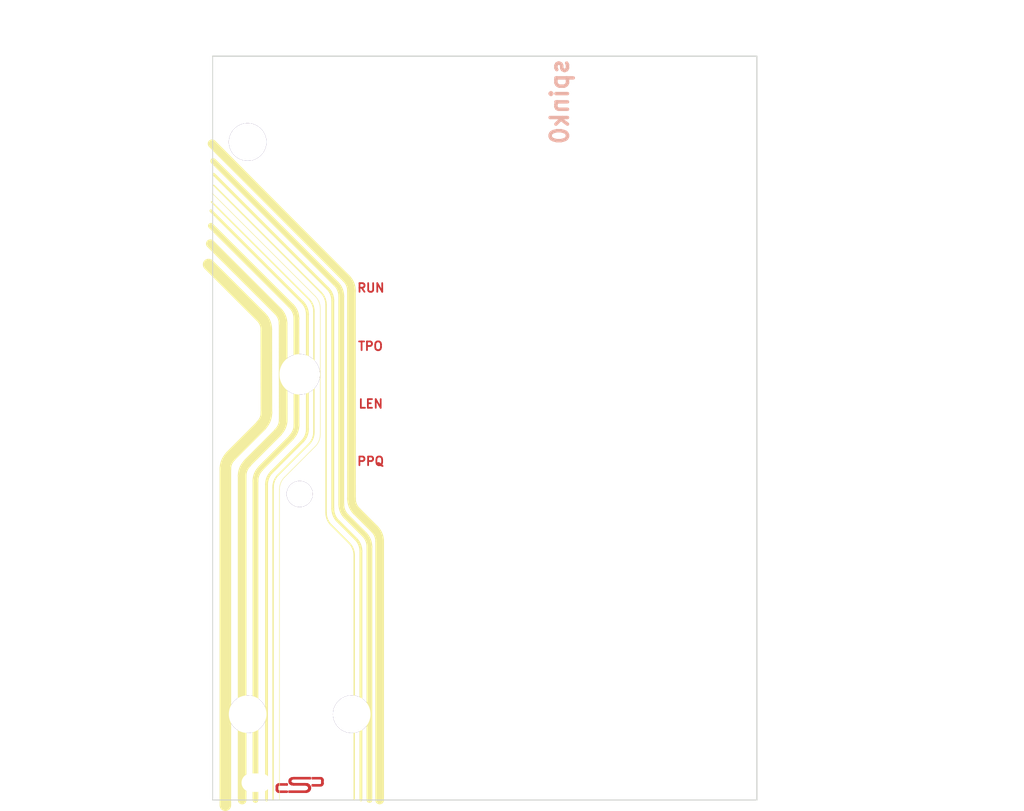
<source format=kicad_pcb>
(kicad_pcb (version 4) (host pcbnew 4.0.6)
  (title_block (title pink0))
  (layers (0 F.Cu signal) (31 B.Cu signal) (34 B.Paste user) (35 F.Paste user) (36 B.SilkS user) (37 F.SilkS user) (38 B.Mask user) (39 F.Mask user) (44 Edge.Cuts user))
  (net 0 "")
  (module raffilibkicad:VIA_0.6mm (layer F.Cu) (at -25.3 110.45)
    (fp_text reference REF** hide)
    (fp_text value VIA_0.6mm hide)
    (pad 1 thru_hole circle (at -0.75 3.4) (size 6.5 6.5) (drill 6.5) (layers *.Cu))
  )
  (module raffilibkicad:VIA_0.6mm (layer F.Cu) (at -19.65 51.5)
    (fp_text reference REF** hide)
    (fp_text value VIA_0.6mm hide)
    (pad 1 thru_hole circle (at 2.6 3.55) (size 7 7) (drill 7) (layers *.Cu))
  )
  (module raffilibkicad:VIA_0.6mm (layer F.Cu) (at -19.15 67)
    (fp_text reference REF** hide)
    (fp_text value VIA_0.6mm hide)
    (pad 1 thru_hole circle (at 2.1 8.75) (size 4.5 4.5) (drill 4.5) (layers *.Cu))
  )
  (module raffilibkicad:VIA_0.6mm (layer F.Cu) (at -10.9 109.95)
    (fp_text reference REF** hide)
    (fp_text value VIA_0.6mm hide)
    (pad 1 thru_hole circle (at 2.85 3.9) (size 6.5 6.5) (drill 6.5) (layers *.Cu))
  )
  (module raffilibkicad:VIA_0.6mm (layer F.Cu) (at -34.4 11.7)
    (fp_text reference REF** hide)
    (fp_text value VIA_0.6mm hide)
    (pad 1 thru_hole circle (at 8.35 3.15) (size 6.5 6.5) (drill 6.5) (layers *.Cu))
  )
  (module raffilibkicad:seismic_industries_logo_small (layer F.Cu) (at -17.05 127)
    (fp_text reference svg2mod hide)
    (fp_text value G*** hide)
    (fp_line (start 1.027174 0.392859) (end 1.044936 0.392664) (layer F.Cu) (width 0.141111))
    (fp_line (start 1.044936 0.392664) (end 1.0627 0.392226) (layer F.Cu) (width 0.141111))
    (fp_line (start 1.0627 0.392226) (end 1.08046 0.391538) (layer F.Cu) (width 0.141111))
    (fp_line (start 1.08046 0.391538) (end 1.09821 0.390592) (layer F.Cu) (width 0.141111))
    (fp_line (start 1.09821 0.390592) (end 1.115944 0.38938) (layer F.Cu) (width 0.141111))
    (fp_line (start 1.115944 0.38938) (end 1.133657 0.387895) (layer F.Cu) (width 0.141111))
    (fp_line (start 1.133657 0.387895) (end 1.151343 0.386129) (layer F.Cu) (width 0.141111))
    (fp_line (start 1.151343 0.386129) (end 1.168997 0.384074) (layer F.Cu) (width 0.141111))
    (fp_line (start 1.168997 0.384074) (end 1.186613 0.381723) (layer F.Cu) (width 0.141111))
    (fp_line (start 1.186613 0.381723) (end 1.204185 0.379068) (layer F.Cu) (width 0.141111))
    (fp_line (start 1.204185 0.379068) (end 1.221708 0.376101) (layer F.Cu) (width 0.141111))
    (fp_line (start 1.221708 0.376101) (end 1.239641 0.372723) (layer F.Cu) (width 0.141111))
    (fp_line (start 1.239641 0.372723) (end 1.257505 0.369001) (layer F.Cu) (width 0.141111))
    (fp_line (start 1.257505 0.369001) (end 1.275293 0.364928) (layer F.Cu) (width 0.141111))
    (fp_line (start 1.275293 0.364928) (end 1.292993 0.360497) (layer F.Cu) (width 0.141111))
    (fp_line (start 1.292993 0.360497) (end 1.310597 0.3557) (layer F.Cu) (width 0.141111))
    (fp_line (start 1.310597 0.3557) (end 1.327574 0.350692) (layer F.Cu) (width 0.141111))
    (fp_line (start 1.327574 0.350692) (end 1.344446 0.34534) (layer F.Cu) (width 0.141111))
    (fp_line (start 1.344446 0.34534) (end 1.361209 0.339651) (layer F.Cu) (width 0.141111))
    (fp_line (start 1.361209 0.339651) (end 1.377857 0.33363) (layer F.Cu) (width 0.141111))
    (fp_line (start 1.377857 0.33363) (end 1.394386 0.327285) (layer F.Cu) (width 0.141111))
    (fp_line (start 1.394386 0.327285) (end 1.410407 0.320779) (layer F.Cu) (width 0.141111))
    (fp_line (start 1.410407 0.320779) (end 1.426299 0.313963) (layer F.Cu) (width 0.141111))
    (fp_line (start 1.426299 0.313963) (end 1.442049 0.30683) (layer F.Cu) (width 0.141111))
    (fp_line (start 1.442049 0.30683) (end 1.457644 0.299373) (layer F.Cu) (width 0.141111))
    (fp_line (start 1.457644 0.299373) (end 1.473074 0.291584) (layer F.Cu) (width 0.141111))
    (fp_line (start 1.473074 0.291584) (end 1.48766 0.283825) (layer F.Cu) (width 0.141111))
    (fp_line (start 1.48766 0.283825) (end 1.502088 0.275775) (layer F.Cu) (width 0.141111))
    (fp_line (start 1.502088 0.275775) (end 1.516364 0.267452) (layer F.Cu) (width 0.141111))
    (fp_line (start 1.516364 0.267452) (end 1.530492 0.258872) (layer F.Cu) (width 0.141111))
    (fp_line (start 1.530492 0.258872) (end 1.544476 0.250054) (layer F.Cu) (width 0.141111))
    (fp_line (start 1.544476 0.250054) (end 1.557961 0.241245) (layer F.Cu) (width 0.141111))
    (fp_line (start 1.557961 0.241245) (end 1.571287 0.232203) (layer F.Cu) (width 0.141111))
    (fp_line (start 1.571287 0.232203) (end 1.584429 0.222902) (layer F.Cu) (width 0.141111))
    (fp_line (start 1.584429 0.222902) (end 1.597359 0.213317) (layer F.Cu) (width 0.141111))
    (fp_line (start 1.597359 0.213317) (end 1.61005 0.203424) (layer F.Cu) (width 0.141111))
    (fp_line (start 1.61005 0.203424) (end 1.622326 0.193336) (layer F.Cu) (width 0.141111))
    (fp_line (start 1.622326 0.193336) (end 1.634355 0.182949) (layer F.Cu) (width 0.141111))
    (fp_line (start 1.634355 0.182949) (end 1.646147 0.172286) (layer F.Cu) (width 0.141111))
    (fp_line (start 1.646147 0.172286) (end 1.657714 0.161374) (layer F.Cu) (width 0.141111))
    (fp_line (start 1.657714 0.161374) (end 1.669066 0.150236) (layer F.Cu) (width 0.141111))
    (fp_line (start 1.669066 0.150236) (end 1.679993 0.13912) (layer F.Cu) (width 0.141111))
    (fp_line (start 1.679993 0.13912) (end 1.690714 0.127809) (layer F.Cu) (width 0.141111))
    (fp_line (start 1.690714 0.127809) (end 1.701217 0.1163) (layer F.Cu) (width 0.141111))
    (fp_line (start 1.701217 0.1163) (end 1.711491 0.104591) (layer F.Cu) (width 0.141111))
    (fp_line (start 1.711491 0.104591) (end 1.721525 0.092677) (layer F.Cu) (width 0.141111))
    (fp_line (start 1.721525 0.092677) (end 1.733508 0.077772) (layer F.Cu) (width 0.141111))
    (fp_line (start 1.733508 0.077772) (end 1.745136 0.062584) (layer F.Cu) (width 0.141111))
    (fp_line (start 1.745136 0.062584) (end 1.756434 0.047142) (layer F.Cu) (width 0.141111))
    (fp_line (start 1.756434 0.047142) (end 1.767426 0.031475) (layer F.Cu) (width 0.141111))
    (fp_line (start 1.767426 0.031475) (end 1.778001 0.015791) (layer F.Cu) (width 0.141111))
    (fp_line (start 1.778001 0.015791) (end 1.788243 -0.000109) (layer F.Cu) (width 0.141111))
    (fp_line (start 1.788243 -0.000109) (end 1.798095 -0.016245) (layer F.Cu) (width 0.141111))
    (fp_line (start 1.798095 -0.016245) (end 1.807499 -0.032641) (layer F.Cu) (width 0.141111))
    (fp_line (start 1.807499 -0.032641) (end 1.816374 -0.049237) (layer F.Cu) (width 0.141111))
    (fp_line (start 1.816374 -0.049237) (end 1.824777 -0.066082) (layer F.Cu) (width 0.141111))
    (fp_line (start 1.824777 -0.066082) (end 1.832738 -0.083147) (layer F.Cu) (width 0.141111))
    (fp_line (start 1.832738 -0.083147) (end 1.840286 -0.1004) (layer F.Cu) (width 0.141111))
    (fp_line (start 1.840286 -0.1004) (end 1.847453 -0.117842) (layer F.Cu) (width 0.141111))
    (fp_line (start 1.847453 -0.117842) (end 1.854222 -0.135437) (layer F.Cu) (width 0.141111))
    (fp_line (start 1.854222 -0.135437) (end 1.860581 -0.153183) (layer F.Cu) (width 0.141111))
    (fp_line (start 1.860581 -0.153183) (end 1.866515 -0.171074) (layer F.Cu) (width 0.141111))
    (fp_line (start 1.866515 -0.171074) (end 1.871907 -0.188744) (layer F.Cu) (width 0.141111))
    (fp_line (start 1.871907 -0.188744) (end 1.876868 -0.20654) (layer F.Cu) (width 0.141111))
    (fp_line (start 1.876868 -0.20654) (end 1.881389 -0.224454) (layer F.Cu) (width 0.141111))
    (fp_line (start 1.881389 -0.224454) (end 1.885459 -0.242476) (layer F.Cu) (width 0.141111))
    (fp_line (start 1.885459 -0.242476) (end 1.889111 -0.26083) (layer F.Cu) (width 0.141111))
    (fp_line (start 1.889111 -0.26083) (end 1.892282 -0.279273) (layer F.Cu) (width 0.141111))
    (fp_line (start 1.892282 -0.279273) (end 1.894964 -0.297793) (layer F.Cu) (width 0.141111))
    (fp_line (start 1.894964 -0.297793) (end 1.897149 -0.316377) (layer F.Cu) (width 0.141111))
    (fp_line (start 1.897149 -0.316377) (end 1.898829 -0.335013) (layer F.Cu) (width 0.141111))
    (fp_line (start 1.898829 -0.335013) (end 1.899996 -0.353689) (layer F.Cu) (width 0.141111))
    (fp_line (start 1.899996 -0.353689) (end 1.900642 -0.372392) (layer F.Cu) (width 0.141111))
    (fp_line (start 1.900642 -0.372392) (end 1.900759 -0.39111) (layer F.Cu) (width 0.141111))
    (fp_line (start 1.900759 -0.39111) (end 1.027174 0.392859) (layer F.Cu) (width 0.141111))
    (fp_line (start 1.900759 -0.39111) (end 1.900448 -0.409877) (layer F.Cu) (width 0.141111))
    (fp_line (start 1.900448 -0.409877) (end 1.899754 -0.42865) (layer F.Cu) (width 0.141111))
    (fp_line (start 1.899754 -0.42865) (end 1.898651 -0.447412) (layer F.Cu) (width 0.141111))
    (fp_line (start 1.898651 -0.447412) (end 1.897117 -0.466146) (layer F.Cu) (width 0.141111))
    (fp_line (start 1.897117 -0.466146) (end 1.895127 -0.484837) (layer F.Cu) (width 0.141111))
    (fp_line (start 1.895127 -0.484837) (end 1.892659 -0.503465) (layer F.Cu) (width 0.141111))
    (fp_line (start 1.892659 -0.503465) (end 1.889686 -0.522016) (layer F.Cu) (width 0.141111))
    (fp_line (start 1.889686 -0.522016) (end 1.886187 -0.540472) (layer F.Cu) (width 0.141111))
    (fp_line (start 1.886187 -0.540472) (end 1.882179 -0.558684) (layer F.Cu) (width 0.141111))
    (fp_line (start 1.882179 -0.558684) (end 1.877662 -0.576781) (layer F.Cu) (width 0.141111))
    (fp_line (start 1.877662 -0.576781) (end 1.872672 -0.594755) (layer F.Cu) (width 0.141111))
    (fp_line (start 1.872672 -0.594755) (end 1.867244 -0.612603) (layer F.Cu) (width 0.141111))
    (fp_line (start 1.867244 -0.612603) (end 1.861288 -0.63067) (layer F.Cu) (width 0.141111))
    (fp_line (start 1.861288 -0.63067) (end 1.854923 -0.648596) (layer F.Cu) (width 0.141111))
    (fp_line (start 1.854923 -0.648596) (end 1.848161 -0.666375) (layer F.Cu) (width 0.141111))
    (fp_line (start 1.848161 -0.666375) (end 1.841014 -0.684005) (layer F.Cu) (width 0.141111))
    (fp_line (start 1.841014 -0.684005) (end 1.833435 -0.701598) (layer F.Cu) (width 0.141111))
    (fp_line (start 1.833435 -0.701598) (end 1.825457 -0.719013) (layer F.Cu) (width 0.141111))
    (fp_line (start 1.825457 -0.719013) (end 1.817061 -0.736228) (layer F.Cu) (width 0.141111))
    (fp_line (start 1.817061 -0.736228) (end 1.808228 -0.753222) (layer F.Cu) (width 0.141111))
    (fp_line (start 1.808228 -0.753222) (end 1.799035 -0.769813) (layer F.Cu) (width 0.141111))
    (fp_line (start 1.799035 -0.769813) (end 1.789405 -0.786156) (layer F.Cu) (width 0.141111))
    (fp_line (start 1.789405 -0.786156) (end 1.779351 -0.802244) (layer F.Cu) (width 0.141111))
    (fp_line (start 1.779351 -0.802244) (end 1.768883 -0.818067) (layer F.Cu) (width 0.141111))
    (fp_line (start 1.768883 -0.818067) (end 1.758002 -0.833631) (layer F.Cu) (width 0.141111))
    (fp_line (start 1.758002 -0.833631) (end 1.746722 -0.848908) (layer F.Cu) (width 0.141111))
    (fp_line (start 1.746722 -0.848908) (end 1.735047 -0.863882) (layer F.Cu) (width 0.141111))
    (fp_line (start 1.735047 -0.863882) (end 1.722982 -0.87854) (layer F.Cu) (width 0.141111))
    (fp_line (start 1.722982 -0.87854) (end 1.712936 -0.890164) (layer F.Cu) (width 0.141111))
    (fp_line (start 1.712936 -0.890164) (end 1.702652 -0.901579) (layer F.Cu) (width 0.141111))
    (fp_line (start 1.702652 -0.901579) (end 1.692144 -0.912792) (layer F.Cu) (width 0.141111))
    (fp_line (start 1.692144 -0.912792) (end 1.68143 -0.92381) (layer F.Cu) (width 0.141111))
    (fp_line (start 1.68143 -0.92381) (end 1.670523 -0.934642) (layer F.Cu) (width 0.141111))
    (fp_line (start 1.670523 -0.934642) (end 1.659271 -0.945444) (layer F.Cu) (width 0.141111))
    (fp_line (start 1.659271 -0.945444) (end 1.647827 -0.95604) (layer F.Cu) (width 0.141111))
    (fp_line (start 1.647827 -0.95604) (end 1.63618 -0.966407) (layer F.Cu) (width 0.141111))
    (fp_line (start 1.63618 -0.966407) (end 1.62432 -0.976525) (layer F.Cu) (width 0.141111))
    (fp_line (start 1.62432 -0.976525) (end 1.612236 -0.986372) (layer F.Cu) (width 0.141111))
    (fp_line (start 1.612236 -0.986372) (end 1.599681 -0.996115) (layer F.Cu) (width 0.141111))
    (fp_line (start 1.599681 -0.996115) (end 1.5869 -1.005564) (layer F.Cu) (width 0.141111))
    (fp_line (start 1.5869 -1.005564) (end 1.573913 -1.014733) (layer F.Cu) (width 0.141111))
    (fp_line (start 1.573913 -1.014733) (end 1.560737 -1.023632) (layer F.Cu) (width 0.141111))
    (fp_line (start 1.560737 -1.023632) (end 1.547391 -1.032274) (layer F.Cu) (width 0.141111))
    (fp_line (start 1.547391 -1.032274) (end 1.533412 -1.040958) (layer F.Cu) (width 0.141111))
    (fp_line (start 1.533412 -1.040958) (end 1.519276 -1.049379) (layer F.Cu) (width 0.141111))
    (fp_line (start 1.519276 -1.049379) (end 1.504989 -1.057538) (layer F.Cu) (width 0.141111))
    (fp_line (start 1.504989 -1.057538) (end 1.490558 -1.065436) (layer F.Cu) (width 0.141111))
    (fp_line (start 1.490558 -1.065436) (end 1.475988 -1.073075) (layer F.Cu) (width 0.141111))
    (fp_line (start 1.475988 -1.073075) (end 1.460657 -1.080764) (layer F.Cu) (width 0.141111))
    (fp_line (start 1.460657 -1.080764) (end 1.445188 -1.088175) (layer F.Cu) (width 0.141111))
    (fp_line (start 1.445188 -1.088175) (end 1.42959 -1.095312) (layer F.Cu) (width 0.141111))
    (fp_line (start 1.42959 -1.095312) (end 1.413868 -1.102178) (layer F.Cu) (width 0.141111))
    (fp_line (start 1.413868 -1.102178) (end 1.398028 -1.108776) (layer F.Cu) (width 0.141111))
    (fp_line (start 1.398028 -1.108776) (end 1.381652 -1.11527) (layer F.Cu) (width 0.141111))
    (fp_line (start 1.381652 -1.11527) (end 1.365159 -1.121459) (layer F.Cu) (width 0.141111))
    (fp_line (start 1.365159 -1.121459) (end 1.348548 -1.127315) (layer F.Cu) (width 0.141111))
    (fp_line (start 1.348548 -1.127315) (end 1.331818 -1.132811) (layer F.Cu) (width 0.141111))
    (fp_line (start 1.331818 -1.132811) (end 1.314969 -1.13792) (layer F.Cu) (width 0.141111))
    (fp_line (start 1.314969 -1.13792) (end 1.297387 -1.142785) (layer F.Cu) (width 0.141111))
    (fp_line (start 1.297387 -1.142785) (end 1.279692 -1.147232) (layer F.Cu) (width 0.141111))
    (fp_line (start 1.279692 -1.147232) (end 1.261899 -1.151286) (layer F.Cu) (width 0.141111))
    (fp_line (start 1.261899 -1.151286) (end 1.244023 -1.154974) (layer F.Cu) (width 0.141111))
    (fp_line (start 1.244023 -1.154974) (end 1.22608 -1.158321) (layer F.Cu) (width 0.141111))
    (fp_line (start 1.22608 -1.158321) (end 1.208681 -1.161254) (layer F.Cu) (width 0.141111))
    (fp_line (start 1.208681 -1.161254) (end 1.191239 -1.163896) (layer F.Cu) (width 0.141111))
    (fp_line (start 1.191239 -1.163896) (end 1.173756 -1.166251) (layer F.Cu) (width 0.141111))
    (fp_line (start 1.173756 -1.166251) (end 1.156239 -1.16832) (layer F.Cu) (width 0.141111))
    (fp_line (start 1.156239 -1.16832) (end 1.138691 -1.170108) (layer F.Cu) (width 0.141111))
    (fp_line (start 1.138691 -1.170108) (end 1.121117 -1.171616) (layer F.Cu) (width 0.141111))
    (fp_line (start 1.121117 -1.171616) (end 1.10352 -1.172848) (layer F.Cu) (width 0.141111))
    (fp_line (start 1.10352 -1.172848) (end 1.085906 -1.173808) (layer F.Cu) (width 0.141111))
    (fp_line (start 1.085906 -1.173808) (end 1.068279 -1.174497) (layer F.Cu) (width 0.141111))
    (fp_line (start 1.068279 -1.174497) (end 1.050643 -1.17492) (layer F.Cu) (width 0.141111))
    (fp_line (start 1.050643 -1.17492) (end 1.033002 -1.175078) (layer F.Cu) (width 0.141111))
    (fp_line (start 1.033002 -1.175078) (end 1.900759 -0.39111) (layer F.Cu) (width 0.141111))
    (fp_line (start -0.988849 -1.175078) (end -1.007719 -1.175348) (layer F.Cu) (width 0.141111))
    (fp_line (start -1.007719 -1.175348) (end -1.026618 -1.17586) (layer F.Cu) (width 0.141111))
    (fp_line (start -1.026618 -1.17586) (end -1.04553 -1.176642) (layer F.Cu) (width 0.141111))
    (fp_line (start -1.04553 -1.176642) (end -1.064441 -1.177723) (layer F.Cu) (width 0.141111))
    (fp_line (start -1.064441 -1.177723) (end -1.083338 -1.179133) (layer F.Cu) (width 0.141111))
    (fp_line (start -1.083338 -1.179133) (end -1.102205 -1.180898) (layer F.Cu) (width 0.141111))
    (fp_line (start -1.102205 -1.180898) (end -1.121028 -1.183049) (layer F.Cu) (width 0.141111))
    (fp_line (start -1.121028 -1.183049) (end -1.139793 -1.185614) (layer F.Cu) (width 0.141111))
    (fp_line (start -1.139793 -1.185614) (end -1.158486 -1.18862) (layer F.Cu) (width 0.141111))
    (fp_line (start -1.158486 -1.18862) (end -1.177092 -1.192098) (layer F.Cu) (width 0.141111))
    (fp_line (start -1.177092 -1.192098) (end -1.195596 -1.196074) (layer F.Cu) (width 0.141111))
    (fp_line (start -1.195596 -1.196074) (end -1.213985 -1.200579) (layer F.Cu) (width 0.141111))
    (fp_line (start -1.213985 -1.200579) (end -1.232042 -1.205585) (layer F.Cu) (width 0.141111))
    (fp_line (start -1.232042 -1.205585) (end -1.249929 -1.211178) (layer F.Cu) (width 0.141111))
    (fp_line (start -1.249929 -1.211178) (end -1.267603 -1.217401) (layer F.Cu) (width 0.141111))
    (fp_line (start -1.267603 -1.217401) (end -1.285023 -1.224297) (layer F.Cu) (width 0.141111))
    (fp_line (start -1.285023 -1.224297) (end -1.302145 -1.231909) (layer F.Cu) (width 0.141111))
    (fp_line (start -1.302145 -1.231909) (end -1.317466 -1.239508) (layer F.Cu) (width 0.141111))
    (fp_line (start -1.317466 -1.239508) (end -1.332459 -1.247744) (layer F.Cu) (width 0.141111))
    (fp_line (start -1.332459 -1.247744) (end -1.347077 -1.256626) (layer F.Cu) (width 0.141111))
    (fp_line (start -1.347077 -1.256626) (end -1.361274 -1.26616) (layer F.Cu) (width 0.141111))
    (fp_line (start -1.361274 -1.26616) (end -1.375005 -1.276353) (layer F.Cu) (width 0.141111))
    (fp_line (start -1.375005 -1.276353) (end -1.387233 -1.286356) (layer F.Cu) (width 0.141111))
    (fp_line (start -1.387233 -1.286356) (end -1.398992 -1.29691) (layer F.Cu) (width 0.141111))
    (fp_line (start -1.398992 -1.29691) (end -1.410246 -1.308001) (layer F.Cu) (width 0.141111))
    (fp_line (start -1.410246 -1.308001) (end -1.420962 -1.319612) (layer F.Cu) (width 0.141111))
    (fp_line (start -1.420962 -1.319612) (end -1.431107 -1.331726) (layer F.Cu) (width 0.141111))
    (fp_line (start -1.431107 -1.331726) (end -1.442562 -1.347015) (layer F.Cu) (width 0.141111))
    (fp_line (start -1.442562 -1.347015) (end -1.453089 -1.362958) (layer F.Cu) (width 0.141111))
    (fp_line (start -1.453089 -1.362958) (end -1.462643 -1.379496) (layer F.Cu) (width 0.141111))
    (fp_line (start -1.462643 -1.379496) (end -1.471179 -1.396571) (layer F.Cu) (width 0.141111))
    (fp_line (start -1.471179 -1.396571) (end -1.478261 -1.413096) (layer F.Cu) (width 0.141111))
    (fp_line (start -1.478261 -1.413096) (end -1.484419 -1.429991) (layer F.Cu) (width 0.141111))
    (fp_line (start -1.484419 -1.429991) (end -1.489672 -1.4472) (layer F.Cu) (width 0.141111))
    (fp_line (start -1.489672 -1.4472) (end -1.494039 -1.464667) (layer F.Cu) (width 0.141111))
    (fp_line (start -1.494039 -1.464667) (end -1.497539 -1.482338) (layer F.Cu) (width 0.141111))
    (fp_line (start -1.497539 -1.482338) (end -1.50019 -1.500157) (layer F.Cu) (width 0.141111))
    (fp_line (start -1.50019 -1.500157) (end -1.502011 -1.518068) (layer F.Cu) (width 0.141111))
    (fp_line (start -1.502011 -1.518068) (end -1.503021 -1.536017) (layer F.Cu) (width 0.141111))
    (fp_line (start -1.503021 -1.536017) (end -1.503238 -1.553948) (layer F.Cu) (width 0.141111))
    (fp_line (start -1.503238 -1.553948) (end -1.502872 -1.571982) (layer F.Cu) (width 0.141111))
    (fp_line (start -1.502872 -1.571982) (end -1.501794 -1.590067) (layer F.Cu) (width 0.141111))
    (fp_line (start -1.501794 -1.590067) (end -1.499968 -1.608141) (layer F.Cu) (width 0.141111))
    (fp_line (start -1.499968 -1.608141) (end -1.497355 -1.62614) (layer F.Cu) (width 0.141111))
    (fp_line (start -1.497355 -1.62614) (end -1.493918 -1.643999) (layer F.Cu) (width 0.141111))
    (fp_line (start -1.493918 -1.643999) (end -1.489619 -1.661657) (layer F.Cu) (width 0.141111))
    (fp_line (start -1.489619 -1.661657) (end -1.484422 -1.679049) (layer F.Cu) (width 0.141111))
    (fp_line (start -1.484422 -1.679049) (end -1.478288 -1.696111) (layer F.Cu) (width 0.141111))
    (fp_line (start -1.478288 -1.696111) (end -1.471179 -1.712782) (layer F.Cu) (width 0.141111))
    (fp_line (start -1.471179 -1.712782) (end -1.464329 -1.726646) (layer F.Cu) (width 0.141111))
    (fp_line (start -1.464329 -1.726646) (end -1.456783 -1.740158) (layer F.Cu) (width 0.141111))
    (fp_line (start -1.456783 -1.740158) (end -1.448582 -1.753294) (layer F.Cu) (width 0.141111))
    (fp_line (start -1.448582 -1.753294) (end -1.439767 -1.766034) (layer F.Cu) (width 0.141111))
    (fp_line (start -1.439767 -1.766034) (end -1.430378 -1.778355) (layer F.Cu) (width 0.141111))
    (fp_line (start -1.430378 -1.778355) (end -1.420176 -1.790557) (layer F.Cu) (width 0.141111))
    (fp_line (start -1.420176 -1.790557) (end -1.409438 -1.802281) (layer F.Cu) (width 0.141111))
    (fp_line (start -1.409438 -1.802281) (end -1.398191 -1.813515) (layer F.Cu) (width 0.141111))
    (fp_line (start -1.398191 -1.813515) (end -1.386462 -1.824245) (layer F.Cu) (width 0.141111))
    (fp_line (start -1.386462 -1.824245) (end -1.374276 -1.834457) (layer F.Cu) (width 0.141111))
    (fp_line (start -1.374276 -1.834457) (end -1.360566 -1.844941) (layer F.Cu) (width 0.141111))
    (fp_line (start -1.360566 -1.844941) (end -1.346388 -1.854786) (layer F.Cu) (width 0.141111))
    (fp_line (start -1.346388 -1.854786) (end -1.331779 -1.86398) (layer F.Cu) (width 0.141111))
    (fp_line (start -1.331779 -1.86398) (end -1.316776 -1.872508) (layer F.Cu) (width 0.141111))
    (fp_line (start -1.316776 -1.872508) (end -1.301417 -1.880359) (layer F.Cu) (width 0.141111))
    (fp_line (start -1.301417 -1.880359) (end -1.284197 -1.88819) (layer F.Cu) (width 0.141111))
    (fp_line (start -1.284197 -1.88819) (end -1.266646 -1.89525) (layer F.Cu) (width 0.141111))
    (fp_line (start -1.266646 -1.89525) (end -1.248816 -1.9016) (layer F.Cu) (width 0.141111))
    (fp_line (start -1.248816 -1.9016) (end -1.230759 -1.907302) (layer F.Cu) (width 0.141111))
    (fp_line (start -1.230759 -1.907302) (end -1.212528 -1.912417) (layer F.Cu) (width 0.141111))
    (fp_line (start -1.212528 -1.912417) (end -1.194023 -1.917034) (layer F.Cu) (width 0.141111))
    (fp_line (start -1.194023 -1.917034) (end -1.175406 -1.921138) (layer F.Cu) (width 0.141111))
    (fp_line (start -1.175406 -1.921138) (end -1.156692 -1.924751) (layer F.Cu) (width 0.141111))
    (fp_line (start -1.156692 -1.924751) (end -1.137892 -1.927894) (layer F.Cu) (width 0.141111))
    (fp_line (start -1.137892 -1.927894) (end -1.119019 -1.930588) (layer F.Cu) (width 0.141111))
    (fp_line (start -1.119019 -1.930588) (end -1.100086 -1.932853) (layer F.Cu) (width 0.141111))
    (fp_line (start -1.100086 -1.932853) (end -1.081106 -1.934712) (layer F.Cu) (width 0.141111))
    (fp_line (start -1.081106 -1.934712) (end -1.062091 -1.936186) (layer F.Cu) (width 0.141111))
    (fp_line (start -1.062091 -1.936186) (end -1.043053 -1.937294) (layer F.Cu) (width 0.141111))
    (fp_line (start -1.043053 -1.937294) (end -1.024007 -1.93806) (layer F.Cu) (width 0.141111))
    (fp_line (start -1.024007 -1.93806) (end -1.004963 -1.938504) (layer F.Cu) (width 0.141111))
    (fp_line (start -1.004963 -1.938504) (end -0.985935 -1.938646) (layer F.Cu) (width 0.141111))
    (fp_line (start -0.985935 -2.218427) (end -1.003841 -2.218249) (layer F.Cu) (width 0.141111))
    (fp_line (start -1.003841 -2.218249) (end -1.021757 -2.217947) (layer F.Cu) (width 0.141111))
    (fp_line (start -1.021757 -2.217947) (end -1.039679 -2.217504) (layer F.Cu) (width 0.141111))
    (fp_line (start -1.039679 -2.217504) (end -1.057602 -2.216902) (layer F.Cu) (width 0.141111))
    (fp_line (start -1.057602 -2.216902) (end -1.075521 -2.216124) (layer F.Cu) (width 0.141111))
    (fp_line (start -1.075521 -2.216124) (end -1.09343 -2.215152) (layer F.Cu) (width 0.141111))
    (fp_line (start -1.09343 -2.215152) (end -1.111324 -2.213968) (layer F.Cu) (width 0.141111))
    (fp_line (start -1.111324 -2.213968) (end -1.129199 -2.212556) (layer F.Cu) (width 0.141111))
    (fp_line (start -1.129199 -2.212556) (end -1.147049 -2.210897) (layer F.Cu) (width 0.141111))
    (fp_line (start -1.147049 -2.210897) (end -1.16487 -2.208974) (layer F.Cu) (width 0.141111))
    (fp_line (start -1.16487 -2.208974) (end -1.182656 -2.206769) (layer F.Cu) (width 0.141111))
    (fp_line (start -1.182656 -2.206769) (end -1.200659 -2.204234) (layer F.Cu) (width 0.141111))
    (fp_line (start -1.200659 -2.204234) (end -1.218622 -2.201414) (layer F.Cu) (width 0.141111))
    (fp_line (start -1.218622 -2.201414) (end -1.236545 -2.198331) (layer F.Cu) (width 0.141111))
    (fp_line (start -1.236545 -2.198331) (end -1.254428 -2.195008) (layer F.Cu) (width 0.141111))
    (fp_line (start -1.254428 -2.195008) (end -1.272273 -2.191469) (layer F.Cu) (width 0.141111))
    (fp_line (start -1.272273 -2.191469) (end -1.2893 -2.187892) (layer F.Cu) (width 0.141111))
    (fp_line (start -1.2893 -2.187892) (end -1.306279 -2.184101) (layer F.Cu) (width 0.141111))
    (fp_line (start -1.306279 -2.184101) (end -1.323196 -2.180057) (layer F.Cu) (width 0.141111))
    (fp_line (start -1.323196 -2.180057) (end -1.340038 -2.175726) (layer F.Cu) (width 0.141111))
    (fp_line (start -1.340038 -2.175726) (end -1.35679 -2.171068) (layer F.Cu) (width 0.141111))
    (fp_line (start -1.35679 -2.171068) (end -1.372723 -2.166281) (layer F.Cu) (width 0.141111))
    (fp_line (start -1.372723 -2.166281) (end -1.38856 -2.161177) (layer F.Cu) (width 0.141111))
    (fp_line (start -1.38856 -2.161177) (end -1.404299 -2.155771) (layer F.Cu) (width 0.141111))
    (fp_line (start -1.404299 -2.155771) (end -1.419939 -2.150077) (layer F.Cu) (width 0.141111))
    (fp_line (start -1.419939 -2.150077) (end -1.435478 -2.14411) (layer F.Cu) (width 0.141111))
    (fp_line (start -1.435478 -2.14411) (end -1.450429 -2.138081) (layer F.Cu) (width 0.141111))
    (fp_line (start -1.450429 -2.138081) (end -1.465273 -2.131798) (layer F.Cu) (width 0.141111))
    (fp_line (start -1.465273 -2.131798) (end -1.480001 -2.125252) (layer F.Cu) (width 0.141111))
    (fp_line (start -1.480001 -2.125252) (end -1.494602 -2.11843) (layer F.Cu) (width 0.141111))
    (fp_line (start -1.494602 -2.11843) (end -1.509066 -2.111323) (layer F.Cu) (width 0.141111))
    (fp_line (start -1.509066 -2.111323) (end -1.52293 -2.104162) (layer F.Cu) (width 0.141111))
    (fp_line (start -1.52293 -2.104162) (end -1.536647 -2.096721) (layer F.Cu) (width 0.141111))
    (fp_line (start -1.536647 -2.096721) (end -1.550208 -2.088999) (layer F.Cu) (width 0.141111))
    (fp_line (start -1.550208 -2.088999) (end -1.563604 -2.080995) (layer F.Cu) (width 0.141111))
    (fp_line (start -1.563604 -2.080995) (end -1.576826 -2.072708) (layer F.Cu) (width 0.141111))
    (fp_line (start -1.576826 -2.072708) (end -1.592731 -2.062198) (layer F.Cu) (width 0.141111))
    (fp_line (start -1.592731 -2.062198) (end -1.608357 -2.051277) (layer F.Cu) (width 0.141111))
    (fp_line (start -1.608357 -2.051277) (end -1.6237 -2.039961) (layer F.Cu) (width 0.141111))
    (fp_line (start -1.6237 -2.039961) (end -1.638756 -2.028263) (layer F.Cu) (width 0.141111))
    (fp_line (start -1.638756 -2.028263) (end -1.653057 -2.016583) (layer F.Cu) (width 0.141111))
    (fp_line (start -1.653057 -2.016583) (end -1.667065 -2.004556) (layer F.Cu) (width 0.141111))
    (fp_line (start -1.667065 -2.004556) (end -1.680762 -1.992179) (layer F.Cu) (width 0.141111))
    (fp_line (start -1.680762 -1.992179) (end -1.69413 -1.979448) (layer F.Cu) (width 0.141111))
    (fp_line (start -1.69413 -1.979448) (end -1.706867 -1.966652) (layer F.Cu) (width 0.141111))
    (fp_line (start -1.706867 -1.966652) (end -1.719257 -1.953519) (layer F.Cu) (width 0.141111))
    (fp_line (start -1.719257 -1.953519) (end -1.731288 -1.940054) (layer F.Cu) (width 0.141111))
    (fp_line (start -1.731288 -1.940054) (end -1.742945 -1.92626) (layer F.Cu) (width 0.141111))
    (fp_line (start -1.742945 -1.92626) (end -1.753779 -1.912699) (layer F.Cu) (width 0.141111))
    (fp_line (start -1.753779 -1.912699) (end -1.764216 -1.898832) (layer F.Cu) (width 0.141111))
    (fp_line (start -1.764216 -1.898832) (end -1.774218 -1.884654) (layer F.Cu) (width 0.141111))
    (fp_line (start -1.774218 -1.884654) (end -1.783747 -1.870158) (layer F.Cu) (width 0.141111))
    (fp_line (start -1.783747 -1.870158) (end -1.792619 -1.855609) (layer F.Cu) (width 0.141111))
    (fp_line (start -1.792619 -1.855609) (end -1.801023 -1.840779) (layer F.Cu) (width 0.141111))
    (fp_line (start -1.801023 -1.840779) (end -1.808985 -1.825703) (layer F.Cu) (width 0.141111))
    (fp_line (start -1.808985 -1.825703) (end -1.816534 -1.810413) (layer F.Cu) (width 0.141111))
    (fp_line (start -1.816534 -1.810413) (end -1.823733 -1.794834) (layer F.Cu) (width 0.141111))
    (fp_line (start -1.823733 -1.794834) (end -1.830519 -1.779075) (layer F.Cu) (width 0.141111))
    (fp_line (start -1.830519 -1.779075) (end -1.836869 -1.763138) (layer F.Cu) (width 0.141111))
    (fp_line (start -1.836869 -1.763138) (end -1.842763 -1.747026) (layer F.Cu) (width 0.141111))
    (fp_line (start -1.842763 -1.747026) (end -1.84826 -1.730492) (layer F.Cu) (width 0.141111))
    (fp_line (start -1.84826 -1.730492) (end -1.853256 -1.713798) (layer F.Cu) (width 0.141111))
    (fp_line (start -1.853256 -1.713798) (end -1.857741 -1.69696) (layer F.Cu) (width 0.141111))
    (fp_line (start -1.857741 -1.69696) (end -1.861707 -1.679995) (layer F.Cu) (width 0.141111))
    (fp_line (start -1.861707 -1.679995) (end -1.865283 -1.662194) (layer F.Cu) (width 0.141111))
    (fp_line (start -1.865283 -1.662194) (end -1.868311 -1.644292) (layer F.Cu) (width 0.141111))
    (fp_line (start -1.868311 -1.644292) (end -1.870812 -1.626304) (layer F.Cu) (width 0.141111))
    (fp_line (start -1.870812 -1.626304) (end -1.872813 -1.608251) (layer F.Cu) (width 0.141111))
    (fp_line (start -1.872813 -1.608251) (end -1.874335 -1.590149) (layer F.Cu) (width 0.141111))
    (fp_line (start -1.874335 -1.590149) (end -1.875405 -1.572016) (layer F.Cu) (width 0.141111))
    (fp_line (start -1.875405 -1.572016) (end -1.876044 -1.553872) (layer F.Cu) (width 0.141111))
    (fp_line (start -1.876044 -1.553872) (end -1.876278 -1.535733) (layer F.Cu) (width 0.141111))
    (fp_line (start -1.876278 -1.535733) (end -0.985935 -2.218427) (layer F.Cu) (width 0.141111))
    (fp_line (start -1.876278 -1.535733) (end -1.876181 -1.517561) (layer F.Cu) (width 0.141111))
    (fp_line (start -1.876181 -1.517561) (end -1.875563 -1.499411) (layer F.Cu) (width 0.141111))
    (fp_line (start -1.875563 -1.499411) (end -1.874439 -1.481292) (layer F.Cu) (width 0.141111))
    (fp_line (start -1.874439 -1.481292) (end -1.872823 -1.463213) (layer F.Cu) (width 0.141111))
    (fp_line (start -1.872823 -1.463213) (end -1.870727 -1.445182) (layer F.Cu) (width 0.141111))
    (fp_line (start -1.870727 -1.445182) (end -1.868167 -1.427209) (layer F.Cu) (width 0.141111))
    (fp_line (start -1.868167 -1.427209) (end -1.865156 -1.409302) (layer F.Cu) (width 0.141111))
    (fp_line (start -1.865156 -1.409302) (end -1.861707 -1.391471) (layer F.Cu) (width 0.141111))
    (fp_line (start -1.861707 -1.391471) (end -1.858012 -1.374538) (layer F.Cu) (width 0.141111))
    (fp_line (start -1.858012 -1.374538) (end -1.853892 -1.357706) (layer F.Cu) (width 0.141111))
    (fp_line (start -1.853892 -1.357706) (end -1.849308 -1.340999) (layer F.Cu) (width 0.141111))
    (fp_line (start -1.849308 -1.340999) (end -1.84422 -1.32444) (layer F.Cu) (width 0.141111))
    (fp_line (start -1.84422 -1.32444) (end -1.83876 -1.308499) (layer F.Cu) (width 0.141111))
    (fp_line (start -1.83876 -1.308499) (end -1.832802 -1.292734) (layer F.Cu) (width 0.141111))
    (fp_line (start -1.832802 -1.292734) (end -1.826359 -1.277157) (layer F.Cu) (width 0.141111))
    (fp_line (start -1.826359 -1.277157) (end -1.819448 -1.261781) (layer F.Cu) (width 0.141111))
    (fp_line (start -1.819448 -1.261781) (end -1.812105 -1.246668) (layer F.Cu) (width 0.141111))
    (fp_line (start -1.812105 -1.246668) (end -1.804312 -1.231783) (layer F.Cu) (width 0.141111))
    (fp_line (start -1.804312 -1.231783) (end -1.796073 -1.217144) (layer F.Cu) (width 0.141111))
    (fp_line (start -1.796073 -1.217144) (end -1.78739 -1.202765) (layer F.Cu) (width 0.141111))
    (fp_line (start -1.78739 -1.202765) (end -1.778162 -1.188502) (layer F.Cu) (width 0.141111))
    (fp_line (start -1.778162 -1.188502) (end -1.76851 -1.17452) (layer F.Cu) (width 0.141111))
    (fp_line (start -1.76851 -1.17452) (end -1.758462 -1.160817) (layer F.Cu) (width 0.141111))
    (fp_line (start -1.758462 -1.160817) (end -1.748046 -1.147392) (layer F.Cu) (width 0.141111))
    (fp_line (start -1.748046 -1.147392) (end -1.737087 -1.134007) (layer F.Cu) (width 0.141111))
    (fp_line (start -1.737087 -1.134007) (end -1.725781 -1.120916) (layer F.Cu) (width 0.141111))
    (fp_line (start -1.725781 -1.120916) (end -1.714132 -1.108131) (layer F.Cu) (width 0.141111))
    (fp_line (start -1.714132 -1.108131) (end -1.702144 -1.095661) (layer F.Cu) (width 0.141111))
    (fp_line (start -1.702144 -1.095661) (end -1.689363 -1.083078) (layer F.Cu) (width 0.141111))
    (fp_line (start -1.689363 -1.083078) (end -1.676232 -1.070859) (layer F.Cu) (width 0.141111))
    (fp_line (start -1.676232 -1.070859) (end -1.662761 -1.059019) (layer F.Cu) (width 0.141111))
    (fp_line (start -1.662761 -1.059019) (end -1.648957 -1.047574) (layer F.Cu) (width 0.141111))
    (fp_line (start -1.648957 -1.047574) (end -1.634455 -1.036244) (layer F.Cu) (width 0.141111))
    (fp_line (start -1.634455 -1.036244) (end -1.619643 -1.02532) (layer F.Cu) (width 0.141111))
    (fp_line (start -1.619643 -1.02532) (end -1.604552 -1.014776) (layer F.Cu) (width 0.141111))
    (fp_line (start -1.604552 -1.014776) (end -1.589212 -1.004587) (layer F.Cu) (width 0.141111))
    (fp_line (start -1.589212 -1.004587) (end -1.573193 -0.994461) (layer F.Cu) (width 0.141111))
    (fp_line (start -1.573193 -0.994461) (end -1.556932 -0.984737) (layer F.Cu) (width 0.141111))
    (fp_line (start -1.556932 -0.984737) (end -1.540418 -0.975466) (layer F.Cu) (width 0.141111))
    (fp_line (start -1.540418 -0.975466) (end -1.523638 -0.9667) (layer F.Cu) (width 0.141111))
    (fp_line (start -1.523638 -0.9667) (end -1.509495 -0.959828) (layer F.Cu) (width 0.141111))
    (fp_line (start -1.509495 -0.959828) (end -1.495185 -0.953301) (layer F.Cu) (width 0.141111))
    (fp_line (start -1.495185 -0.953301) (end -1.480734 -0.947076) (layer F.Cu) (width 0.141111))
    (fp_line (start -1.480734 -0.947076) (end -1.466167 -0.941113) (layer F.Cu) (width 0.141111))
    (fp_line (start -1.466167 -0.941113) (end -1.451507 -0.935371) (layer F.Cu) (width 0.141111))
    (fp_line (start -1.451507 -0.935371) (end -1.436227 -0.929617) (layer F.Cu) (width 0.141111))
    (fp_line (start -1.436227 -0.929617) (end -1.42087 -0.924087) (layer F.Cu) (width 0.141111))
    (fp_line (start -1.42087 -0.924087) (end -1.405429 -0.918811) (layer F.Cu) (width 0.141111))
    (fp_line (start -1.405429 -0.918811) (end -1.3899 -0.913819) (layer F.Cu) (width 0.141111))
    (fp_line (start -1.3899 -0.913819) (end -1.374276 -0.909141) (layer F.Cu) (width 0.141111))
    (fp_line (start -1.374276 -0.909141) (end -1.357823 -0.904602) (layer F.Cu) (width 0.141111))
    (fp_line (start -1.357823 -0.904602) (end -1.341275 -0.900403) (layer F.Cu) (width 0.141111))
    (fp_line (start -1.341275 -0.900403) (end -1.324648 -0.896506) (layer F.Cu) (width 0.141111))
    (fp_line (start -1.324648 -0.896506) (end -1.307957 -0.892874) (layer F.Cu) (width 0.141111))
    (fp_line (start -1.307957 -0.892874) (end -1.291216 -0.889469) (layer F.Cu) (width 0.141111))
    (fp_line (start -1.291216 -0.889469) (end -1.273512 -0.886091) (layer F.Cu) (width 0.141111))
    (fp_line (start -1.273512 -0.886091) (end -1.25577 -0.882935) (layer F.Cu) (width 0.141111))
    (fp_line (start -1.25577 -0.882935) (end -1.237991 -0.88001) (layer F.Cu) (width 0.141111))
    (fp_line (start -1.237991 -0.88001) (end -1.220177 -0.877328) (layer F.Cu) (width 0.141111))
    (fp_line (start -1.220177 -0.877328) (end -1.202328 -0.874897) (layer F.Cu) (width 0.141111))
    (fp_line (start -1.202328 -0.874897) (end -1.184667 -0.87275) (layer F.Cu) (width 0.141111))
    (fp_line (start -1.184667 -0.87275) (end -1.166976 -0.87085) (layer F.Cu) (width 0.141111))
    (fp_line (start -1.166976 -0.87085) (end -1.149259 -0.869185) (layer F.Cu) (width 0.141111))
    (fp_line (start -1.149259 -0.869185) (end -1.13152 -0.867748) (layer F.Cu) (width 0.141111))
    (fp_line (start -1.13152 -0.867748) (end -1.113763 -0.866528) (layer F.Cu) (width 0.141111))
    (fp_line (start -1.113763 -0.866528) (end -1.095993 -0.865515) (layer F.Cu) (width 0.141111))
    (fp_line (start -1.095993 -0.865515) (end -1.078212 -0.864701) (layer F.Cu) (width 0.141111))
    (fp_line (start -1.078212 -0.864701) (end -1.060425 -0.864076) (layer F.Cu) (width 0.141111))
    (fp_line (start -1.060425 -0.864076) (end -1.042635 -0.863631) (layer F.Cu) (width 0.141111))
    (fp_line (start -1.042635 -0.863631) (end -1.024847 -0.863355) (layer F.Cu) (width 0.141111))
    (fp_line (start -1.024847 -0.863355) (end -1.007064 -0.86324) (layer F.Cu) (width 0.141111))
    (fp_line (start -1.007064 -0.86324) (end -1.876278 -1.535733) (layer F.Cu) (width 0.141111))
    (fp_line (start 1.01843 -0.86324) (end 1.035485 -0.862954) (layer F.Cu) (width 0.141111))
    (fp_line (start 1.035485 -0.862954) (end 1.052532 -0.862272) (layer F.Cu) (width 0.141111))
    (fp_line (start 1.052532 -0.862272) (end 1.069559 -0.861177) (layer F.Cu) (width 0.141111))
    (fp_line (start 1.069559 -0.861177) (end 1.086551 -0.85965) (layer F.Cu) (width 0.141111))
    (fp_line (start 1.086551 -0.85965) (end 1.103496 -0.857675) (layer F.Cu) (width 0.141111))
    (fp_line (start 1.103496 -0.857675) (end 1.120381 -0.855235) (layer F.Cu) (width 0.141111))
    (fp_line (start 1.120381 -0.855235) (end 1.137191 -0.852311) (layer F.Cu) (width 0.141111))
    (fp_line (start 1.137191 -0.852311) (end 1.155088 -0.848615) (layer F.Cu) (width 0.141111))
    (fp_line (start 1.155088 -0.848615) (end 1.172833 -0.844269) (layer F.Cu) (width 0.141111))
    (fp_line (start 1.172833 -0.844269) (end 1.190379 -0.839196) (layer F.Cu) (width 0.141111))
    (fp_line (start 1.190379 -0.839196) (end 1.207136 -0.833541) (layer F.Cu) (width 0.141111))
    (fp_line (start 1.207136 -0.833541) (end 1.223652 -0.827204) (layer F.Cu) (width 0.141111))
    (fp_line (start 1.223652 -0.827204) (end 1.239923 -0.820252) (layer F.Cu) (width 0.141111))
    (fp_line (start 1.239923 -0.820252) (end 1.255475 -0.812977) (layer F.Cu) (width 0.141111))
    (fp_line (start 1.255475 -0.812977) (end 1.27078 -0.805202) (layer F.Cu) (width 0.141111))
    (fp_line (start 1.27078 -0.805202) (end 1.285825 -0.796937) (layer F.Cu) (width 0.141111))
    (fp_line (start 1.285825 -0.796937) (end 1.300209 -0.788427) (layer F.Cu) (width 0.141111))
    (fp_line (start 1.300209 -0.788427) (end 1.314305 -0.779447) (layer F.Cu) (width 0.141111))
    (fp_line (start 1.314305 -0.779447) (end 1.328083 -0.769979) (layer F.Cu) (width 0.141111))
    (fp_line (start 1.328083 -0.769979) (end 1.34086 -0.760505) (layer F.Cu) (width 0.141111))
    (fp_line (start 1.34086 -0.760505) (end 1.353265 -0.750554) (layer F.Cu) (width 0.141111))
    (fp_line (start 1.353265 -0.750554) (end 1.365242 -0.740107) (layer F.Cu) (width 0.141111))
    (fp_line (start 1.365242 -0.740107) (end 1.376812 -0.729104) (layer F.Cu) (width 0.141111))
    (fp_line (start 1.376812 -0.729104) (end 1.387962 -0.717661) (layer F.Cu) (width 0.141111))
    (fp_line (start 1.387962 -0.717661) (end 1.398757 -0.705863) (layer F.Cu) (width 0.141111))
    (fp_line (start 1.398757 -0.705863) (end 1.411033 -0.691654) (layer F.Cu) (width 0.141111))
    (fp_line (start 1.411033 -0.691654) (end 1.422848 -0.677057) (layer F.Cu) (width 0.141111))
    (fp_line (start 1.422848 -0.677057) (end 1.434135 -0.662059) (layer F.Cu) (width 0.141111))
    (fp_line (start 1.434135 -0.662059) (end 1.444827 -0.64665) (layer F.Cu) (width 0.141111))
    (fp_line (start 1.444827 -0.64665) (end 1.454859 -0.630818) (layer F.Cu) (width 0.141111))
    (fp_line (start 1.454859 -0.630818) (end 1.464165 -0.614588) (layer F.Cu) (width 0.141111))
    (fp_line (start 1.464165 -0.614588) (end 1.472787 -0.597973) (layer F.Cu) (width 0.141111))
    (fp_line (start 1.472787 -0.597973) (end 1.480762 -0.581021) (layer F.Cu) (width 0.141111))
    (fp_line (start 1.480762 -0.581021) (end 1.48813 -0.56378) (layer F.Cu) (width 0.141111))
    (fp_line (start 1.48813 -0.56378) (end 1.494932 -0.546301) (layer F.Cu) (width 0.141111))
    (fp_line (start 1.494932 -0.546301) (end 1.5009 -0.529491) (layer F.Cu) (width 0.141111))
    (fp_line (start 1.5009 -0.529491) (end 1.506358 -0.512518) (layer F.Cu) (width 0.141111))
    (fp_line (start 1.506358 -0.512518) (end 1.511273 -0.495395) (layer F.Cu) (width 0.141111))
    (fp_line (start 1.511273 -0.495395) (end 1.515612 -0.47813) (layer F.Cu) (width 0.141111))
    (fp_line (start 1.515612 -0.47813) (end 1.519343 -0.460734) (layer F.Cu) (width 0.141111))
    (fp_line (start 1.519343 -0.460734) (end 1.522432 -0.443219) (layer F.Cu) (width 0.141111))
    (fp_line (start 1.522432 -0.443219) (end 1.524847 -0.425594) (layer F.Cu) (width 0.141111))
    (fp_line (start 1.524847 -0.425594) (end 1.526555 -0.40787) (layer F.Cu) (width 0.141111))
    (fp_line (start 1.526555 -0.40787) (end 1.527523 -0.390057) (layer F.Cu) (width 0.141111))
    (fp_line (start 1.527523 -0.390057) (end 1.527718 -0.372166) (layer F.Cu) (width 0.141111))
    (fp_line (start 1.527718 -0.372166) (end 1.527559 -0.354185) (layer F.Cu) (width 0.141111))
    (fp_line (start 1.527559 -0.354185) (end 1.526598 -0.336281) (layer F.Cu) (width 0.141111))
    (fp_line (start 1.526598 -0.336281) (end 1.524869 -0.318467) (layer F.Cu) (width 0.141111))
    (fp_line (start 1.524869 -0.318467) (end 1.522409 -0.300755) (layer F.Cu) (width 0.141111))
    (fp_line (start 1.522409 -0.300755) (end 1.51925 -0.283157) (layer F.Cu) (width 0.141111))
    (fp_line (start 1.51925 -0.283157) (end 1.515428 -0.265686) (layer F.Cu) (width 0.141111))
    (fp_line (start 1.515428 -0.265686) (end 1.510978 -0.248352) (layer F.Cu) (width 0.141111))
    (fp_line (start 1.510978 -0.248352) (end 1.505934 -0.231169) (layer F.Cu) (width 0.141111))
    (fp_line (start 1.505934 -0.231169) (end 1.500331 -0.214149) (layer F.Cu) (width 0.141111))
    (fp_line (start 1.500331 -0.214149) (end 1.494203 -0.197304) (layer F.Cu) (width 0.141111))
    (fp_line (start 1.494203 -0.197304) (end 1.487359 -0.180131) (layer F.Cu) (width 0.141111))
    (fp_line (start 1.487359 -0.180131) (end 1.479962 -0.163199) (layer F.Cu) (width 0.141111))
    (fp_line (start 1.479962 -0.163199) (end 1.47198 -0.146546) (layer F.Cu) (width 0.141111))
    (fp_line (start 1.47198 -0.146546) (end 1.46338 -0.130214) (layer F.Cu) (width 0.141111))
    (fp_line (start 1.46338 -0.130214) (end 1.45413 -0.114244) (layer F.Cu) (width 0.141111))
    (fp_line (start 1.45413 -0.114244) (end 1.444174 -0.098621) (layer F.Cu) (width 0.141111))
    (fp_line (start 1.444174 -0.098621) (end 1.433559 -0.083426) (layer F.Cu) (width 0.141111))
    (fp_line (start 1.433559 -0.083426) (end 1.422311 -0.068685) (layer F.Cu) (width 0.141111))
    (fp_line (start 1.422311 -0.068685) (end 1.410459 -0.05442) (layer F.Cu) (width 0.141111))
    (fp_line (start 1.410459 -0.05442) (end 1.398028 -0.040656) (layer F.Cu) (width 0.141111))
    (fp_line (start 1.398028 -0.040656) (end 1.384911 -0.027281) (layer F.Cu) (width 0.141111))
    (fp_line (start 1.384911 -0.027281) (end 1.371257 -0.014457) (layer F.Cu) (width 0.141111))
    (fp_line (start 1.371257 -0.014457) (end 1.357096 -0.002201) (layer F.Cu) (width 0.141111))
    (fp_line (start 1.357096 -0.002201) (end 1.342453 0.009472) (layer F.Cu) (width 0.141111))
    (fp_line (start 1.342453 0.009472) (end 1.327355 0.020546) (layer F.Cu) (width 0.141111))
    (fp_line (start 1.327355 0.020546) (end 1.313379 0.030005) (layer F.Cu) (width 0.141111))
    (fp_line (start 1.313379 0.030005) (end 1.299082 0.038972) (layer F.Cu) (width 0.141111))
    (fp_line (start 1.299082 0.038972) (end 1.284489 0.047456) (layer F.Cu) (width 0.141111))
    (fp_line (start 1.284489 0.047456) (end 1.269626 0.055465) (layer F.Cu) (width 0.141111))
    (fp_line (start 1.269626 0.055465) (end 1.254519 0.063007) (layer F.Cu) (width 0.141111))
    (fp_line (start 1.254519 0.063007) (end 1.239195 0.070091) (layer F.Cu) (width 0.141111))
    (fp_line (start 1.239195 0.070091) (end 1.222906 0.077021) (layer F.Cu) (width 0.141111))
    (fp_line (start 1.222906 0.077021) (end 1.206395 0.083366) (layer F.Cu) (width 0.141111))
    (fp_line (start 1.206395 0.083366) (end 1.18965 0.089034) (layer F.Cu) (width 0.141111))
    (fp_line (start 1.18965 0.089034) (end 1.17211 0.094114) (layer F.Cu) (width 0.141111))
    (fp_line (start 1.17211 0.094114) (end 1.154362 0.098458) (layer F.Cu) (width 0.141111))
    (fp_line (start 1.154362 0.098458) (end 1.136463 0.102149) (layer F.Cu) (width 0.141111))
    (fp_line (start 1.136463 0.102149) (end 1.11965 0.105071) (layer F.Cu) (width 0.141111))
    (fp_line (start 1.11965 0.105071) (end 1.102766 0.107512) (layer F.Cu) (width 0.141111))
    (fp_line (start 1.102766 0.107512) (end 1.085822 0.109488) (layer F.Cu) (width 0.141111))
    (fp_line (start 1.085822 0.109488) (end 1.068831 0.111016) (layer F.Cu) (width 0.141111))
    (fp_line (start 1.068831 0.111016) (end 1.051805 0.112112) (layer F.Cu) (width 0.141111))
    (fp_line (start 1.051805 0.112112) (end 1.034758 0.112794) (layer F.Cu) (width 0.141111))
    (fp_line (start 1.034758 0.112794) (end 1.017702 0.113078) (layer F.Cu) (width 0.141111))
    (fp_line (start -3.546399 -1.12609) (end -3.564661 -1.126059) (layer F.Cu) (width 0.141111))
    (fp_line (start -3.564661 -1.126059) (end -3.582893 -1.125364) (layer F.Cu) (width 0.141111))
    (fp_line (start -3.582893 -1.125364) (end -3.601084 -1.124045) (layer F.Cu) (width 0.141111))
    (fp_line (start -3.601084 -1.124045) (end -3.619226 -1.122146) (layer F.Cu) (width 0.141111))
    (fp_line (start -3.619226 -1.122146) (end -3.637307 -1.119705) (layer F.Cu) (width 0.141111))
    (fp_line (start -3.637307 -1.119705) (end -3.655319 -1.116766) (layer F.Cu) (width 0.141111))
    (fp_line (start -3.655319 -1.116766) (end -3.672671 -1.113468) (layer F.Cu) (width 0.141111))
    (fp_line (start -3.672671 -1.113468) (end -3.689916 -1.109675) (layer F.Cu) (width 0.141111))
    (fp_line (start -3.689916 -1.109675) (end -3.707024 -1.105323) (layer F.Cu) (width 0.141111))
    (fp_line (start -3.707024 -1.105323) (end -3.723579 -1.100486) (layer F.Cu) (width 0.141111))
    (fp_line (start -3.723579 -1.100486) (end -3.739968 -1.095101) (layer F.Cu) (width 0.141111))
    (fp_line (start -3.739968 -1.095101) (end -3.756187 -1.089218) (layer F.Cu) (width 0.141111))
    (fp_line (start -3.756187 -1.089218) (end -3.77191 -1.08301) (layer F.Cu) (width 0.141111))
    (fp_line (start -3.77191 -1.08301) (end -3.787454 -1.07637) (layer F.Cu) (width 0.141111))
    (fp_line (start -3.787454 -1.07637) (end -3.802806 -1.069299) (layer F.Cu) (width 0.141111))
    (fp_line (start -3.802806 -1.069299) (end -3.817594 -1.061975) (layer F.Cu) (width 0.141111))
    (fp_line (start -3.817594 -1.061975) (end -3.832155 -1.054213) (layer F.Cu) (width 0.141111))
    (fp_line (start -3.832155 -1.054213) (end -3.846459 -1.045989) (layer F.Cu) (width 0.141111))
    (fp_line (start -3.846459 -1.045989) (end -3.860313 -1.037391) (layer F.Cu) (width 0.141111))
    (fp_line (start -3.860313 -1.037391) (end -3.873877 -1.028341) (layer F.Cu) (width 0.141111))
    (fp_line (start -3.873877 -1.028341) (end -3.887145 -1.018865) (layer F.Cu) (width 0.141111))
    (fp_line (start -3.887145 -1.018865) (end -3.900014 -1.009065) (layer F.Cu) (width 0.141111))
    (fp_line (start -3.900014 -1.009065) (end -3.912587 -0.998888) (layer F.Cu) (width 0.141111))
    (fp_line (start -3.912587 -0.998888) (end -3.924865 -0.98835) (layer F.Cu) (width 0.141111))
    (fp_line (start -3.924865 -0.98835) (end -3.936698 -0.977586) (layer F.Cu) (width 0.141111))
    (fp_line (start -3.936698 -0.977586) (end -3.948167 -0.966441) (layer F.Cu) (width 0.141111))
    (fp_line (start -3.948167 -0.966441) (end -3.959194 -0.954869) (layer F.Cu) (width 0.141111))
    (fp_line (start -3.959194 -0.954869) (end -3.969647 -0.942938) (layer F.Cu) (width 0.141111))
    (fp_line (start -3.969647 -0.942938) (end -3.979655 -0.930621) (layer F.Cu) (width 0.141111))
    (fp_line (start -3.979655 -0.930621) (end -3.989284 -0.917997) (layer F.Cu) (width 0.141111))
    (fp_line (start -3.989284 -0.917997) (end -3.998584 -0.905124) (layer F.Cu) (width 0.141111))
    (fp_line (start -3.998584 -0.905124) (end -4.007506 -0.891996) (layer F.Cu) (width 0.141111))
    (fp_line (start -4.007506 -0.891996) (end -4.015985 -0.878582) (layer F.Cu) (width 0.141111))
    (fp_line (start -4.015985 -0.878582) (end -4.024119 -0.864595) (layer F.Cu) (width 0.141111))
    (fp_line (start -4.024119 -0.864595) (end -4.031742 -0.850316) (layer F.Cu) (width 0.141111))
    (fp_line (start -4.031742 -0.850316) (end -4.038871 -0.835777) (layer F.Cu) (width 0.141111))
    (fp_line (start -4.038871 -0.835777) (end -4.045502 -0.821026) (layer F.Cu) (width 0.141111))
    (fp_line (start -4.045502 -0.821026) (end -4.051597 -0.806051) (layer F.Cu) (width 0.141111))
    (fp_line (start -4.051597 -0.806051) (end -4.057095 -0.790853) (layer F.Cu) (width 0.141111))
    (fp_line (start -4.057095 -0.790853) (end -4.061899 -0.775621) (layer F.Cu) (width 0.141111))
    (fp_line (start -4.061899 -0.775621) (end -4.066118 -0.760209) (layer F.Cu) (width 0.141111))
    (fp_line (start -4.066118 -0.760209) (end -4.069809 -0.744657) (layer F.Cu) (width 0.141111))
    (fp_line (start -4.069809 -0.744657) (end -4.073061 -0.728745) (layer F.Cu) (width 0.141111))
    (fp_line (start -4.073061 -0.728745) (end -4.075781 -0.712739) (layer F.Cu) (width 0.141111))
    (fp_line (start -4.075781 -0.712739) (end -4.077923 -0.696652) (layer F.Cu) (width 0.141111))
    (fp_line (start -4.077923 -0.696652) (end -4.079439 -0.680497) (layer F.Cu) (width 0.141111))
    (fp_line (start -4.079439 -0.680497) (end -4.080282 -0.664284) (layer F.Cu) (width 0.141111))
    (fp_line (start -4.080282 -0.664284) (end -4.080404 -0.648028) (layer F.Cu) (width 0.141111))
    (fp_line (start -4.080404 -0.648028) (end -3.546399 -1.12609) (layer F.Cu) (width 0.141111))
    (fp_line (start -4.080404 -0.094103) (end -4.080276 -0.077428) (layer F.Cu) (width 0.141111))
    (fp_line (start -4.080276 -0.077428) (end -4.079434 -0.060794) (layer F.Cu) (width 0.141111))
    (fp_line (start -4.079434 -0.060794) (end -4.077922 -0.044215) (layer F.Cu) (width 0.141111))
    (fp_line (start -4.077922 -0.044215) (end -4.075785 -0.027704) (layer F.Cu) (width 0.141111))
    (fp_line (start -4.075785 -0.027704) (end -4.073066 -0.011271) (layer F.Cu) (width 0.141111))
    (fp_line (start -4.073066 -0.011271) (end -4.069809 0.005069) (layer F.Cu) (width 0.141111))
    (fp_line (start -4.069809 0.005069) (end -4.066137 0.020906) (layer F.Cu) (width 0.141111))
    (fp_line (start -4.066137 0.020906) (end -4.061923 0.036601) (layer F.Cu) (width 0.141111))
    (fp_line (start -4.061923 0.036601) (end -4.057095 0.052112) (layer F.Cu) (width 0.141111))
    (fp_line (start -4.057095 0.052112) (end -4.05163 0.067325) (layer F.Cu) (width 0.141111))
    (fp_line (start -4.05163 0.067325) (end -4.045538 0.082303) (layer F.Cu) (width 0.141111))
    (fp_line (start -4.045538 0.082303) (end -4.038871 0.097037) (layer F.Cu) (width 0.141111))
    (fp_line (start -4.038871 0.097037) (end -4.031724 0.111423) (layer F.Cu) (width 0.141111))
    (fp_line (start -4.031724 0.111423) (end -4.024087 0.125552) (layer F.Cu) (width 0.141111))
    (fp_line (start -4.024087 0.125552) (end -4.015985 0.139418) (layer F.Cu) (width 0.141111))
    (fp_line (start -4.015985 0.139418) (end -4.007481 0.152958) (layer F.Cu) (width 0.141111))
    (fp_line (start -4.007481 0.152958) (end -3.998571 0.166235) (layer F.Cu) (width 0.141111))
    (fp_line (start -3.998571 0.166235) (end -3.989284 0.179256) (layer F.Cu) (width 0.141111))
    (fp_line (start -3.989284 0.179256) (end -3.979649 0.192007) (layer F.Cu) (width 0.141111))
    (fp_line (start -3.979649 0.192007) (end -3.96963 0.204456) (layer F.Cu) (width 0.141111))
    (fp_line (start -3.96963 0.204456) (end -3.959194 0.216552) (layer F.Cu) (width 0.141111))
    (fp_line (start -3.959194 0.216552) (end -3.948168 0.228405) (layer F.Cu) (width 0.141111))
    (fp_line (start -3.948168 0.228405) (end -3.936713 0.239847) (layer F.Cu) (width 0.141111))
    (fp_line (start -3.936713 0.239847) (end -3.924865 0.250881) (layer F.Cu) (width 0.141111))
    (fp_line (start -3.924865 0.250881) (end -3.912601 0.261565) (layer F.Cu) (width 0.141111))
    (fp_line (start -3.912601 0.261565) (end -3.900015 0.271868) (layer F.Cu) (width 0.141111))
    (fp_line (start -3.900015 0.271868) (end -3.887145 0.281819) (layer F.Cu) (width 0.141111))
    (fp_line (start -3.887145 0.281819) (end -3.87386 0.291548) (layer F.Cu) (width 0.141111))
    (fp_line (start -3.87386 0.291548) (end -3.860304 0.30089) (layer F.Cu) (width 0.141111))
    (fp_line (start -3.860304 0.30089) (end -3.846459 0.309791) (layer F.Cu) (width 0.141111))
    (fp_line (start -3.846459 0.309791) (end -3.832167 0.318297) (layer F.Cu) (width 0.141111))
    (fp_line (start -3.832167 0.318297) (end -3.817602 0.326336) (layer F.Cu) (width 0.141111))
    (fp_line (start -3.817602 0.326336) (end -3.802806 0.333948) (layer F.Cu) (width 0.141111))
    (fp_line (start -3.802806 0.333948) (end -3.787467 0.341322) (layer F.Cu) (width 0.141111))
    (fp_line (start -3.787467 0.341322) (end -3.771928 0.348255) (layer F.Cu) (width 0.141111))
    (fp_line (start -3.771928 0.348255) (end -3.756187 0.354715) (layer F.Cu) (width 0.141111))
    (fp_line (start -3.756187 0.354715) (end -3.739985 0.360764) (layer F.Cu) (width 0.141111))
    (fp_line (start -3.739985 0.360764) (end -3.723591 0.366277) (layer F.Cu) (width 0.141111))
    (fp_line (start -3.723591 0.366277) (end -3.707024 0.371244) (layer F.Cu) (width 0.141111))
    (fp_line (start -3.707024 0.371244) (end -3.68992 0.375754) (layer F.Cu) (width 0.141111))
    (fp_line (start -3.68992 0.375754) (end -3.672677 0.379702) (layer F.Cu) (width 0.141111))
    (fp_line (start -3.672677 0.379702) (end -3.655319 0.383111) (layer F.Cu) (width 0.141111))
    (fp_line (start -3.655319 0.383111) (end -3.637313 0.386082) (layer F.Cu) (width 0.141111))
    (fp_line (start -3.637313 0.386082) (end -3.619227 0.388507) (layer F.Cu) (width 0.141111))
    (fp_line (start -3.619227 0.388507) (end -3.601075 0.390391) (layer F.Cu) (width 0.141111))
    (fp_line (start -3.601075 0.390391) (end -3.582876 0.391741) (layer F.Cu) (width 0.141111))
    (fp_line (start -3.582876 0.391741) (end -3.564645 0.392562) (layer F.Cu) (width 0.141111))
    (fp_line (start -3.564645 0.392562) (end -3.546399 0.392859) (layer F.Cu) (width 0.141111))
    (fp_line (start -3.546399 0.392859) (end -4.080404 -0.094103) (layer F.Cu) (width 0.141111))
    (fp_line (start -2.1974 0.392859) (end -2.181975 0.391214) (layer F.Cu) (width 0.141111))
    (fp_line (start -2.181975 0.391214) (end -2.167046 0.386523) (layer F.Cu) (width 0.141111))
    (fp_line (start -2.167046 0.386523) (end -2.153747 0.378449) (layer F.Cu) (width 0.141111))
    (fp_line (start -2.153747 0.378449) (end -2.143882 0.367802) (layer F.Cu) (width 0.141111))
    (fp_line (start -2.143882 0.367802) (end -2.137563 0.3548) (layer F.Cu) (width 0.141111))
    (fp_line (start -2.137563 0.3548) (end -2.135947 0.340306) (layer F.Cu) (width 0.141111))
    (fp_line (start -2.135947 0.340306) (end -2.1974 0.392859) (layer F.Cu) (width 0.141111))
    (fp_line (start -2.135947 0.177137) (end -2.137595 0.162245) (layer F.Cu) (width 0.141111))
    (fp_line (start -2.137595 0.162245) (end -2.143947 0.148943) (layer F.Cu) (width 0.141111))
    (fp_line (start -2.143947 0.148943) (end -2.153747 0.137723) (layer F.Cu) (width 0.141111))
    (fp_line (start -2.153747 0.137723) (end -2.166747 0.128591) (layer F.Cu) (width 0.141111))
    (fp_line (start -2.166747 0.128591) (end -2.181536 0.123015) (layer F.Cu) (width 0.141111))
    (fp_line (start -2.181536 0.123015) (end -2.1974 0.121618) (layer F.Cu) (width 0.141111))
    (fp_line (start -2.1974 0.121618) (end -2.135947 0.177137) (layer F.Cu) (width 0.141111))
    (fp_line (start -3.546399 0.121618) (end -3.565071 0.121012) (layer F.Cu) (width 0.141111))
    (fp_line (start -3.565071 0.121012) (end -3.583752 0.119306) (layer F.Cu) (width 0.141111))
    (fp_line (start -3.583752 0.119306) (end -3.602293 0.116377) (layer F.Cu) (width 0.141111))
    (fp_line (start -3.602293 0.116377) (end -3.620547 0.112103) (layer F.Cu) (width 0.141111))
    (fp_line (start -3.620547 0.112103) (end -3.638367 0.106361) (layer F.Cu) (width 0.141111))
    (fp_line (start -3.638367 0.106361) (end -3.652046 0.100732) (layer F.Cu) (width 0.141111))
    (fp_line (start -3.652046 0.100732) (end -3.665334 0.094202) (layer F.Cu) (width 0.141111))
    (fp_line (start -3.665334 0.094202) (end -3.678205 0.086865) (layer F.Cu) (width 0.141111))
    (fp_line (start -3.678205 0.086865) (end -3.690759 0.078703) (layer F.Cu) (width 0.141111))
    (fp_line (start -3.690759 0.078703) (end -3.70279 0.069805) (layer F.Cu) (width 0.141111))
    (fp_line (start -3.70279 0.069805) (end -3.714229 0.060165) (layer F.Cu) (width 0.141111))
    (fp_line (start -3.714229 0.060165) (end -3.724837 0.049962) (layer F.Cu) (width 0.141111))
    (fp_line (start -3.724837 0.049962) (end -3.734745 0.039072) (layer F.Cu) (width 0.141111))
    (fp_line (start -3.734745 0.039072) (end -3.743896 0.027531) (layer F.Cu) (width 0.141111))
    (fp_line (start -3.743896 0.027531) (end -3.751809 0.016027) (layer F.Cu) (width 0.141111))
    (fp_line (start -3.751809 0.016027) (end -3.758902 0.004007) (layer F.Cu) (width 0.141111))
    (fp_line (start -3.758902 0.004007) (end -3.765087 -0.008493) (layer F.Cu) (width 0.141111))
    (fp_line (start -3.765087 -0.008493) (end -3.771353 -0.024459) (layer F.Cu) (width 0.141111))
    (fp_line (start -3.771353 -0.024459) (end -3.776148 -0.040945) (layer F.Cu) (width 0.141111))
    (fp_line (start -3.776148 -0.040945) (end -3.779504 -0.057796) (layer F.Cu) (width 0.141111))
    (fp_line (start -3.779504 -0.057796) (end -3.781457 -0.074861) (layer F.Cu) (width 0.141111))
    (fp_line (start -3.781457 -0.074861) (end -3.78204 -0.091984) (layer F.Cu) (width 0.141111))
    (fp_line (start -3.78204 -0.644214) (end -3.781542 -0.660983) (layer F.Cu) (width 0.141111))
    (fp_line (start -3.781542 -0.660983) (end -3.779524 -0.677641) (layer F.Cu) (width 0.141111))
    (fp_line (start -3.779524 -0.677641) (end -3.776017 -0.694051) (layer F.Cu) (width 0.141111))
    (fp_line (start -3.776017 -0.694051) (end -3.771053 -0.710078) (layer F.Cu) (width 0.141111))
    (fp_line (start -3.771053 -0.710078) (end -3.764663 -0.725586) (layer F.Cu) (width 0.141111))
    (fp_line (start -3.764663 -0.725586) (end -3.758318 -0.737956) (layer F.Cu) (width 0.141111))
    (fp_line (start -3.758318 -0.737956) (end -3.751088 -0.749836) (layer F.Cu) (width 0.141111))
    (fp_line (start -3.751088 -0.749836) (end -3.743049 -0.761186) (layer F.Cu) (width 0.141111))
    (fp_line (start -3.743049 -0.761186) (end -3.733738 -0.772582) (layer F.Cu) (width 0.141111))
    (fp_line (start -3.733738 -0.772582) (end -3.723682 -0.783323) (layer F.Cu) (width 0.141111))
    (fp_line (start -3.723682 -0.783323) (end -3.712958 -0.793396) (layer F.Cu) (width 0.141111))
    (fp_line (start -3.712958 -0.793396) (end -3.701351 -0.803014) (layer F.Cu) (width 0.141111))
    (fp_line (start -3.701351 -0.803014) (end -3.689182 -0.811913) (layer F.Cu) (width 0.141111))
    (fp_line (start -3.689182 -0.811913) (end -3.67651 -0.820096) (layer F.Cu) (width 0.141111))
    (fp_line (start -3.67651 -0.820096) (end -3.663631 -0.827416) (layer F.Cu) (width 0.141111))
    (fp_line (start -3.663631 -0.827416) (end -3.650344 -0.833947) (layer F.Cu) (width 0.141111))
    (fp_line (start -3.650344 -0.833947) (end -3.636671 -0.839592) (layer F.Cu) (width 0.141111))
    (fp_line (start -3.636671 -0.839592) (end -3.619184 -0.845273) (layer F.Cu) (width 0.141111))
    (fp_line (start -3.619184 -0.845273) (end -3.601273 -0.849536) (layer F.Cu) (width 0.141111))
    (fp_line (start -3.601273 -0.849536) (end -3.583079 -0.852484) (layer F.Cu) (width 0.141111))
    (fp_line (start -3.583079 -0.852484) (end -3.564741 -0.85422) (layer F.Cu) (width 0.141111))
    (fp_line (start -3.564741 -0.85422) (end -3.546399 -0.854849) (layer F.Cu) (width 0.141111))
    (fp_line (start -2.191043 -0.854849) (end -2.17552 -0.856432) (layer F.Cu) (width 0.141111))
    (fp_line (start -2.17552 -0.856432) (end -2.160607 -0.861334) (layer F.Cu) (width 0.141111))
    (fp_line (start -2.160607 -0.861334) (end -2.14739 -0.869682) (layer F.Cu) (width 0.141111))
    (fp_line (start -2.14739 -0.869682) (end -2.137502 -0.880647) (layer F.Cu) (width 0.141111))
    (fp_line (start -2.137502 -0.880647) (end -2.131196 -0.893928) (layer F.Cu) (width 0.141111))
    (fp_line (start -2.131196 -0.893928) (end -2.12959 -0.908673) (layer F.Cu) (width 0.141111))
    (fp_line (start -2.12959 -0.908673) (end -2.191043 -0.854849) (layer F.Cu) (width 0.141111))
    (fp_line (start -2.12959 -1.072265) (end -2.131021 -1.087106) (layer F.Cu) (width 0.141111))
    (fp_line (start -2.131021 -1.087106) (end -2.137385 -1.10035) (layer F.Cu) (width 0.141111))
    (fp_line (start -2.137385 -1.10035) (end -2.14739 -1.111256) (layer F.Cu) (width 0.141111))
    (fp_line (start -2.14739 -1.111256) (end -2.160622 -1.119593) (layer F.Cu) (width 0.141111))
    (fp_line (start -2.160622 -1.119593) (end -2.175502 -1.12452) (layer F.Cu) (width 0.141111))
    (fp_line (start -2.175502 -1.12452) (end -2.191043 -1.12609) (layer F.Cu) (width 0.141111))
    (fp_line (start -2.191043 -1.12609) (end -2.12959 -1.072265) (layer F.Cu) (width 0.141111))
    (fp_line (start 2.12959 -1.998943) (end 2.131196 -1.984198) (layer F.Cu) (width 0.141111))
    (fp_line (start 2.131196 -1.984198) (end 2.137502 -1.970917) (layer F.Cu) (width 0.141111))
    (fp_line (start 2.137502 -1.970917) (end 2.14739 -1.959952) (layer F.Cu) (width 0.141111))
    (fp_line (start 2.14739 -1.959952) (end 2.160607 -1.951604) (layer F.Cu) (width 0.141111))
    (fp_line (start 2.160607 -1.951604) (end 2.17552 -1.946702) (layer F.Cu) (width 0.141111))
    (fp_line (start 2.17552 -1.946702) (end 2.191043 -1.945119) (layer F.Cu) (width 0.141111))
    (fp_line (start 2.191043 -1.945119) (end 2.12959 -1.998943) (layer F.Cu) (width 0.141111))
    (fp_line (start 3.546399 -1.945119) (end 3.564741 -1.94449) (layer F.Cu) (width 0.141111))
    (fp_line (start 3.564741 -1.94449) (end 3.583079 -1.942754) (layer F.Cu) (width 0.141111))
    (fp_line (start 3.583079 -1.942754) (end 3.601273 -1.939806) (layer F.Cu) (width 0.141111))
    (fp_line (start 3.601273 -1.939806) (end 3.619184 -1.935543) (layer F.Cu) (width 0.141111))
    (fp_line (start 3.619184 -1.935543) (end 3.636671 -1.929862) (layer F.Cu) (width 0.141111))
    (fp_line (start 3.636671 -1.929862) (end 3.650344 -1.924217) (layer F.Cu) (width 0.141111))
    (fp_line (start 3.650344 -1.924217) (end 3.663631 -1.917686) (layer F.Cu) (width 0.141111))
    (fp_line (start 3.663631 -1.917686) (end 3.67651 -1.910366) (layer F.Cu) (width 0.141111))
    (fp_line (start 3.67651 -1.910366) (end 3.689182 -1.902183) (layer F.Cu) (width 0.141111))
    (fp_line (start 3.689182 -1.902183) (end 3.701351 -1.893283) (layer F.Cu) (width 0.141111))
    (fp_line (start 3.701351 -1.893283) (end 3.712958 -1.883666) (layer F.Cu) (width 0.141111))
    (fp_line (start 3.712958 -1.883666) (end 3.723682 -1.873593) (layer F.Cu) (width 0.141111))
    (fp_line (start 3.723682 -1.873593) (end 3.733738 -1.862851) (layer F.Cu) (width 0.141111))
    (fp_line (start 3.733738 -1.862851) (end 3.743049 -1.851456) (layer F.Cu) (width 0.141111))
    (fp_line (start 3.743049 -1.851456) (end 3.751088 -1.840106) (layer F.Cu) (width 0.141111))
    (fp_line (start 3.751088 -1.840106) (end 3.758318 -1.828226) (layer F.Cu) (width 0.141111))
    (fp_line (start 3.758318 -1.828226) (end 3.764663 -1.815856) (layer F.Cu) (width 0.141111))
    (fp_line (start 3.764663 -1.815856) (end 3.771053 -1.800348) (layer F.Cu) (width 0.141111))
    (fp_line (start 3.771053 -1.800348) (end 3.776017 -1.784321) (layer F.Cu) (width 0.141111))
    (fp_line (start 3.776017 -1.784321) (end 3.779524 -1.767911) (layer F.Cu) (width 0.141111))
    (fp_line (start 3.779524 -1.767911) (end 3.781542 -1.751253) (layer F.Cu) (width 0.141111))
    (fp_line (start 3.781542 -1.751253) (end 3.78204 -1.734483) (layer F.Cu) (width 0.141111))
    (fp_line (start 3.78204 -1.182254) (end 3.781457 -1.16513) (layer F.Cu) (width 0.141111))
    (fp_line (start 3.781457 -1.16513) (end 3.779504 -1.148066) (layer F.Cu) (width 0.141111))
    (fp_line (start 3.779504 -1.148066) (end 3.776148 -1.131215) (layer F.Cu) (width 0.141111))
    (fp_line (start 3.776148 -1.131215) (end 3.771353 -1.114729) (layer F.Cu) (width 0.141111))
    (fp_line (start 3.771353 -1.114729) (end 3.765087 -1.098763) (layer F.Cu) (width 0.141111))
    (fp_line (start 3.765087 -1.098763) (end 3.758902 -1.086262) (layer F.Cu) (width 0.141111))
    (fp_line (start 3.758902 -1.086262) (end 3.751809 -1.074242) (layer F.Cu) (width 0.141111))
    (fp_line (start 3.751809 -1.074242) (end 3.743896 -1.062739) (layer F.Cu) (width 0.141111))
    (fp_line (start 3.743896 -1.062739) (end 3.734745 -1.051198) (layer F.Cu) (width 0.141111))
    (fp_line (start 3.734745 -1.051198) (end 3.724837 -1.040308) (layer F.Cu) (width 0.141111))
    (fp_line (start 3.724837 -1.040308) (end 3.714229 -1.030105) (layer F.Cu) (width 0.141111))
    (fp_line (start 3.714229 -1.030105) (end 3.70279 -1.020465) (layer F.Cu) (width 0.141111))
    (fp_line (start 3.70279 -1.020465) (end 3.690759 -1.011567) (layer F.Cu) (width 0.141111))
    (fp_line (start 3.690759 -1.011567) (end 3.678205 -1.003405) (layer F.Cu) (width 0.141111))
    (fp_line (start 3.678205 -1.003405) (end 3.665334 -0.996068) (layer F.Cu) (width 0.141111))
    (fp_line (start 3.665334 -0.996068) (end 3.652046 -0.989538) (layer F.Cu) (width 0.141111))
    (fp_line (start 3.652046 -0.989538) (end 3.638367 -0.983909) (layer F.Cu) (width 0.141111))
    (fp_line (start 3.638367 -0.983909) (end 3.620547 -0.978167) (layer F.Cu) (width 0.141111))
    (fp_line (start 3.620547 -0.978167) (end 3.602293 -0.973893) (layer F.Cu) (width 0.141111))
    (fp_line (start 3.602293 -0.973893) (end 3.583752 -0.970964) (layer F.Cu) (width 0.141111))
    (fp_line (start 3.583752 -0.970964) (end 3.565071 -0.969258) (layer F.Cu) (width 0.141111))
    (fp_line (start 3.565071 -0.969258) (end 3.546399 -0.968652) (layer F.Cu) (width 0.141111))
    (fp_line (start 2.1974 -0.968652) (end 2.181536 -0.967255) (layer F.Cu) (width 0.141111))
    (fp_line (start 2.181536 -0.967255) (end 2.166747 -0.961679) (layer F.Cu) (width 0.141111))
    (fp_line (start 2.166747 -0.961679) (end 2.153747 -0.952547) (layer F.Cu) (width 0.141111))
    (fp_line (start 2.153747 -0.952547) (end 2.143947 -0.941327) (layer F.Cu) (width 0.141111))
    (fp_line (start 2.143947 -0.941327) (end 2.137595 -0.928025) (layer F.Cu) (width 0.141111))
    (fp_line (start 2.137595 -0.928025) (end 2.135947 -0.913133) (layer F.Cu) (width 0.141111))
    (fp_line (start 2.135947 -0.913133) (end 2.1974 -0.968652) (layer F.Cu) (width 0.141111))
    (fp_line (start 2.135947 -0.749964) (end 2.137563 -0.73547) (layer F.Cu) (width 0.141111))
    (fp_line (start 2.137563 -0.73547) (end 2.143882 -0.722468) (layer F.Cu) (width 0.141111))
    (fp_line (start 2.143882 -0.722468) (end 2.153747 -0.711821) (layer F.Cu) (width 0.141111))
    (fp_line (start 2.153747 -0.711821) (end 2.167046 -0.703747) (layer F.Cu) (width 0.141111))
    (fp_line (start 2.167046 -0.703747) (end 2.181975 -0.699056) (layer F.Cu) (width 0.141111))
    (fp_line (start 2.181975 -0.699056) (end 2.1974 -0.697411) (layer F.Cu) (width 0.141111))
    (fp_line (start 2.1974 -0.697411) (end 2.135947 -0.749964) (layer F.Cu) (width 0.141111))
    (fp_line (start 3.546399 -0.697411) (end 3.564645 -0.697708) (layer F.Cu) (width 0.141111))
    (fp_line (start 3.564645 -0.697708) (end 3.582876 -0.698529) (layer F.Cu) (width 0.141111))
    (fp_line (start 3.582876 -0.698529) (end 3.601075 -0.699879) (layer F.Cu) (width 0.141111))
    (fp_line (start 3.601075 -0.699879) (end 3.619227 -0.701763) (layer F.Cu) (width 0.141111))
    (fp_line (start 3.619227 -0.701763) (end 3.637313 -0.704188) (layer F.Cu) (width 0.141111))
    (fp_line (start 3.637313 -0.704188) (end 3.655319 -0.707159) (layer F.Cu) (width 0.141111))
    (fp_line (start 3.655319 -0.707159) (end 3.672677 -0.710568) (layer F.Cu) (width 0.141111))
    (fp_line (start 3.672677 -0.710568) (end 3.68992 -0.714516) (layer F.Cu) (width 0.141111))
    (fp_line (start 3.68992 -0.714516) (end 3.707024 -0.719026) (layer F.Cu) (width 0.141111))
    (fp_line (start 3.707024 -0.719026) (end 3.723591 -0.723993) (layer F.Cu) (width 0.141111))
    (fp_line (start 3.723591 -0.723993) (end 3.739985 -0.729506) (layer F.Cu) (width 0.141111))
    (fp_line (start 3.739985 -0.729506) (end 3.756187 -0.735555) (layer F.Cu) (width 0.141111))
    (fp_line (start 3.756187 -0.735555) (end 3.771928 -0.742014) (layer F.Cu) (width 0.141111))
    (fp_line (start 3.771928 -0.742014) (end 3.787467 -0.748948) (layer F.Cu) (width 0.141111))
    (fp_line (start 3.787467 -0.748948) (end 3.802806 -0.756321) (layer F.Cu) (width 0.141111))
    (fp_line (start 3.802806 -0.756321) (end 3.817602 -0.763933) (layer F.Cu) (width 0.141111))
    (fp_line (start 3.817602 -0.763933) (end 3.832167 -0.771973) (layer F.Cu) (width 0.141111))
    (fp_line (start 3.832167 -0.771973) (end 3.846459 -0.780479) (layer F.Cu) (width 0.141111))
    (fp_line (start 3.846459 -0.780479) (end 3.860304 -0.78938) (layer F.Cu) (width 0.141111))
    (fp_line (start 3.860304 -0.78938) (end 3.87386 -0.798722) (layer F.Cu) (width 0.141111))
    (fp_line (start 3.87386 -0.798722) (end 3.887145 -0.808451) (layer F.Cu) (width 0.141111))
    (fp_line (start 3.887145 -0.808451) (end 3.900015 -0.818402) (layer F.Cu) (width 0.141111))
    (fp_line (start 3.900015 -0.818402) (end 3.912601 -0.828705) (layer F.Cu) (width 0.141111))
    (fp_line (start 3.912601 -0.828705) (end 3.924865 -0.839389) (layer F.Cu) (width 0.141111))
    (fp_line (start 3.924865 -0.839389) (end 3.936713 -0.850423) (layer F.Cu) (width 0.141111))
    (fp_line (start 3.936713 -0.850423) (end 3.948168 -0.861865) (layer F.Cu) (width 0.141111))
    (fp_line (start 3.948168 -0.861865) (end 3.959194 -0.873718) (layer F.Cu) (width 0.141111))
    (fp_line (start 3.959194 -0.873718) (end 3.96963 -0.885814) (layer F.Cu) (width 0.141111))
    (fp_line (start 3.96963 -0.885814) (end 3.979649 -0.898263) (layer F.Cu) (width 0.141111))
    (fp_line (start 3.979649 -0.898263) (end 3.989284 -0.911013) (layer F.Cu) (width 0.141111))
    (fp_line (start 3.989284 -0.911013) (end 3.998571 -0.924034) (layer F.Cu) (width 0.141111))
    (fp_line (start 3.998571 -0.924034) (end 4.007481 -0.937312) (layer F.Cu) (width 0.141111))
    (fp_line (start 4.007481 -0.937312) (end 4.015985 -0.950852) (layer F.Cu) (width 0.141111))
    (fp_line (start 4.015985 -0.950852) (end 4.024087 -0.964717) (layer F.Cu) (width 0.141111))
    (fp_line (start 4.024087 -0.964717) (end 4.031724 -0.978847) (layer F.Cu) (width 0.141111))
    (fp_line (start 4.031724 -0.978847) (end 4.038871 -0.993233) (layer F.Cu) (width 0.141111))
    (fp_line (start 4.038871 -0.993233) (end 4.045538 -1.007967) (layer F.Cu) (width 0.141111))
    (fp_line (start 4.045538 -1.007967) (end 4.05163 -1.022945) (layer F.Cu) (width 0.141111))
    (fp_line (start 4.05163 -1.022945) (end 4.057095 -1.038158) (layer F.Cu) (width 0.141111))
    (fp_line (start 4.057095 -1.038158) (end 4.061923 -1.053669) (layer F.Cu) (width 0.141111))
    (fp_line (start 4.061923 -1.053669) (end 4.066137 -1.069364) (layer F.Cu) (width 0.141111))
    (fp_line (start 4.066137 -1.069364) (end 4.069809 -1.085201) (layer F.Cu) (width 0.141111))
    (fp_line (start 4.069809 -1.085201) (end 4.073066 -1.101541) (layer F.Cu) (width 0.141111))
    (fp_line (start 4.073066 -1.101541) (end 4.075785 -1.117974) (layer F.Cu) (width 0.141111))
    (fp_line (start 4.075785 -1.117974) (end 4.077922 -1.134485) (layer F.Cu) (width 0.141111))
    (fp_line (start 4.077922 -1.134485) (end 4.079434 -1.151064) (layer F.Cu) (width 0.141111))
    (fp_line (start 4.079434 -1.151064) (end 4.080276 -1.167698) (layer F.Cu) (width 0.141111))
    (fp_line (start 4.080276 -1.167698) (end 4.080404 -1.184373) (layer F.Cu) (width 0.141111))
    (fp_line (start 4.080404 -1.184373) (end 3.546399 -0.697411) (layer F.Cu) (width 0.141111))
    (fp_line (start 4.080404 -1.738298) (end 4.080282 -1.754554) (layer F.Cu) (width 0.141111))
    (fp_line (start 4.080282 -1.754554) (end 4.079439 -1.770766) (layer F.Cu) (width 0.141111))
    (fp_line (start 4.079439 -1.770766) (end 4.077923 -1.786922) (layer F.Cu) (width 0.141111))
    (fp_line (start 4.077923 -1.786922) (end 4.075781 -1.803009) (layer F.Cu) (width 0.141111))
    (fp_line (start 4.075781 -1.803009) (end 4.073061 -1.819015) (layer F.Cu) (width 0.141111))
    (fp_line (start 4.073061 -1.819015) (end 4.069809 -1.834927) (layer F.Cu) (width 0.141111))
    (fp_line (start 4.069809 -1.834927) (end 4.066118 -1.850479) (layer F.Cu) (width 0.141111))
    (fp_line (start 4.066118 -1.850479) (end 4.061899 -1.86589) (layer F.Cu) (width 0.141111))
    (fp_line (start 4.061899 -1.86589) (end 4.057095 -1.881123) (layer F.Cu) (width 0.141111))
    (fp_line (start 4.057095 -1.881123) (end 4.051597 -1.896321) (layer F.Cu) (width 0.141111))
    (fp_line (start 4.051597 -1.896321) (end 4.045502 -1.911296) (layer F.Cu) (width 0.141111))
    (fp_line (start 4.045502 -1.911296) (end 4.038871 -1.926047) (layer F.Cu) (width 0.141111))
    (fp_line (start 4.038871 -1.926047) (end 4.031742 -1.940585) (layer F.Cu) (width 0.141111))
    (fp_line (start 4.031742 -1.940585) (end 4.024119 -1.954865) (layer F.Cu) (width 0.141111))
    (fp_line (start 4.024119 -1.954865) (end 4.015985 -1.968852) (layer F.Cu) (width 0.141111))
    (fp_line (start 4.015985 -1.968852) (end 4.007506 -1.982265) (layer F.Cu) (width 0.141111))
    (fp_line (start 4.007506 -1.982265) (end 3.998584 -1.995394) (layer F.Cu) (width 0.141111))
    (fp_line (start 3.998584 -1.995394) (end 3.989284 -2.008267) (layer F.Cu) (width 0.141111))
    (fp_line (start 3.989284 -2.008267) (end 3.979655 -2.020891) (layer F.Cu) (width 0.141111))
    (fp_line (start 3.979655 -2.020891) (end 3.969647 -2.033208) (layer F.Cu) (width 0.141111))
    (fp_line (start 3.969647 -2.033208) (end 3.959194 -2.045139) (layer F.Cu) (width 0.141111))
    (fp_line (start 3.959194 -2.045139) (end 3.948167 -2.056711) (layer F.Cu) (width 0.141111))
    (fp_line (start 3.948167 -2.056711) (end 3.936698 -2.067856) (layer F.Cu) (width 0.141111))
    (fp_line (start 3.936698 -2.067856) (end 3.924865 -2.07862) (layer F.Cu) (width 0.141111))
    (fp_line (start 3.924865 -2.07862) (end 3.912587 -2.089158) (layer F.Cu) (width 0.141111))
    (fp_line (start 3.912587 -2.089158) (end 3.900014 -2.099335) (layer F.Cu) (width 0.141111))
    (fp_line (start 3.900014 -2.099335) (end 3.887145 -2.109135) (layer F.Cu) (width 0.141111))
    (fp_line (start 3.887145 -2.109135) (end 3.873877 -2.118611) (layer F.Cu) (width 0.141111))
    (fp_line (start 3.873877 -2.118611) (end 3.860313 -2.127661) (layer F.Cu) (width 0.141111))
    (fp_line (start 3.860313 -2.127661) (end 3.846459 -2.136259) (layer F.Cu) (width 0.141111))
    (fp_line (start 3.846459 -2.136259) (end 3.832155 -2.144483) (layer F.Cu) (width 0.141111))
    (fp_line (start 3.832155 -2.144483) (end 3.817594 -2.152245) (layer F.Cu) (width 0.141111))
    (fp_line (start 3.817594 -2.152245) (end 3.802806 -2.159569) (layer F.Cu) (width 0.141111))
    (fp_line (start 3.802806 -2.159569) (end 3.787454 -2.16664) (layer F.Cu) (width 0.141111))
    (fp_line (start 3.787454 -2.16664) (end 3.77191 -2.173279) (layer F.Cu) (width 0.141111))
    (fp_line (start 3.77191 -2.173279) (end 3.756187 -2.179488) (layer F.Cu) (width 0.141111))
    (fp_line (start 3.756187 -2.179488) (end 3.739968 -2.185371) (layer F.Cu) (width 0.141111))
    (fp_line (start 3.739968 -2.185371) (end 3.723579 -2.190755) (layer F.Cu) (width 0.141111))
    (fp_line (start 3.723579 -2.190755) (end 3.707024 -2.195593) (layer F.Cu) (width 0.141111))
    (fp_line (start 3.707024 -2.195593) (end 3.689916 -2.199945) (layer F.Cu) (width 0.141111))
    (fp_line (start 3.689916 -2.199945) (end 3.672671 -2.203738) (layer F.Cu) (width 0.141111))
    (fp_line (start 3.672671 -2.203738) (end 3.655319 -2.207036) (layer F.Cu) (width 0.141111))
    (fp_line (start 3.655319 -2.207036) (end 3.637307 -2.209975) (layer F.Cu) (width 0.141111))
    (fp_line (start 3.637307 -2.209975) (end 3.619226 -2.212415) (layer F.Cu) (width 0.141111))
    (fp_line (start 3.619226 -2.212415) (end 3.601084 -2.214315) (layer F.Cu) (width 0.141111))
    (fp_line (start 3.601084 -2.214315) (end 3.582893 -2.215634) (layer F.Cu) (width 0.141111))
    (fp_line (start 3.582893 -2.215634) (end 3.564661 -2.216329) (layer F.Cu) (width 0.141111))
    (fp_line (start 3.564661 -2.216329) (end 3.546399 -2.21636) (layer F.Cu) (width 0.141111))
    (fp_line (start 3.546399 -2.21636) (end 4.080404 -1.738298) (layer F.Cu) (width 0.141111))
    (fp_line (start 2.191043 -2.21636) (end 2.175502 -2.21479) (layer F.Cu) (width 0.141111))
    (fp_line (start 2.175502 -2.21479) (end 2.160622 -2.209863) (layer F.Cu) (width 0.141111))
    (fp_line (start 2.160622 -2.209863) (end 2.14739 -2.201526) (layer F.Cu) (width 0.141111))
    (fp_line (start 2.14739 -2.201526) (end 2.137385 -2.19062) (layer F.Cu) (width 0.141111))
    (fp_line (start 2.137385 -2.19062) (end 2.131021 -2.177376) (layer F.Cu) (width 0.141111))
    (fp_line (start 2.131021 -2.177376) (end 2.12959 -2.162535) (layer F.Cu) (width 0.141111))
    (fp_line (start 2.12959 -2.162535) (end 2.191043 -2.21636) (layer F.Cu) (width 0.141111))
    (fp_line (start -1.876278 0.392859) (end 1.027174 0.392859) (layer F.Cu) (width 0.141111))
    (fp_line (start 1.027174 0.392859) (end -1.876278 0.392859) (layer F.Cu) (width 0.141111))
    (fp_line (start 1.033002 -1.175078) (end -0.988849 -1.175078) (layer F.Cu) (width 0.141111))
    (fp_line (start -0.988849 -1.175078) (end 1.033002 -1.175078) (layer F.Cu) (width 0.141111))
    (fp_line (start -0.985935 -1.938646) (end 1.859229 -1.938646) (layer F.Cu) (width 0.141111))
    (fp_line (start 1.859229 -1.938646) (end -0.985935 -1.938646) (layer F.Cu) (width 0.141111))
    (fp_line (start 1.859229 -1.938646) (end 1.859229 -2.218427) (layer F.Cu) (width 0.141111))
    (fp_line (start 1.859229 -2.218427) (end 1.859229 -1.938646) (layer F.Cu) (width 0.141111))
    (fp_line (start 1.859229 -2.218427) (end -0.985935 -2.218427) (layer F.Cu) (width 0.141111))
    (fp_line (start -0.985935 -2.218427) (end 1.859229 -2.218427) (layer F.Cu) (width 0.141111))
    (fp_line (start -1.007064 -0.86324) (end 1.01843 -0.86324) (layer F.Cu) (width 0.141111))
    (fp_line (start 1.01843 -0.86324) (end -1.007064 -0.86324) (layer F.Cu) (width 0.141111))
    (fp_line (start 1.017702 0.113078) (end -1.876278 0.113078) (layer F.Cu) (width 0.141111))
    (fp_line (start -1.876278 0.113078) (end 1.017702 0.113078) (layer F.Cu) (width 0.141111))
    (fp_line (start -1.876278 0.113078) (end -1.876278 0.392859) (layer F.Cu) (width 0.141111))
    (fp_line (start -1.876278 0.392859) (end -1.876278 0.113078) (layer F.Cu) (width 0.141111))
    (fp_line (start -2.191043 -1.12609) (end -3.546399 -1.12609) (layer F.Cu) (width 0.141111))
    (fp_line (start -3.546399 -1.12609) (end -2.191043 -1.12609) (layer F.Cu) (width 0.141111))
    (fp_line (start -4.080404 -0.648028) (end -4.080404 -0.094103) (layer F.Cu) (width 0.141111))
    (fp_line (start -4.080404 -0.094103) (end -4.080404 -0.648028) (layer F.Cu) (width 0.141111))
    (fp_line (start -3.546399 0.392859) (end -2.1974 0.392859) (layer F.Cu) (width 0.141111))
    (fp_line (start -2.1974 0.392859) (end -3.546399 0.392859) (layer F.Cu) (width 0.141111))
    (fp_line (start -2.135947 0.340306) (end -2.135947 0.177137) (layer F.Cu) (width 0.141111))
    (fp_line (start -2.135947 0.177137) (end -2.135947 0.340306) (layer F.Cu) (width 0.141111))
    (fp_line (start -2.1974 0.121618) (end -3.546399 0.121618) (layer F.Cu) (width 0.141111))
    (fp_line (start -3.546399 0.121618) (end -2.1974 0.121618) (layer F.Cu) (width 0.141111))
    (fp_line (start -3.78204 -0.091984) (end -3.78204 -0.644214) (layer F.Cu) (width 0.141111))
    (fp_line (start -3.78204 -0.644214) (end -3.78204 -0.091984) (layer F.Cu) (width 0.141111))
    (fp_line (start -3.546399 -0.854849) (end -2.191043 -0.854849) (layer F.Cu) (width 0.141111))
    (fp_line (start -2.191043 -0.854849) (end -3.546399 -0.854849) (layer F.Cu) (width 0.141111))
    (fp_line (start -2.12959 -0.908673) (end -2.12959 -1.072265) (layer F.Cu) (width 0.141111))
    (fp_line (start -2.12959 -1.072265) (end -2.12959 -0.908673) (layer F.Cu) (width 0.141111))
    (fp_line (start 2.12959 -2.162535) (end 2.12959 -1.998943) (layer F.Cu) (width 0.141111))
    (fp_line (start 2.12959 -1.998943) (end 2.12959 -2.162535) (layer F.Cu) (width 0.141111))
    (fp_line (start 2.191043 -1.945119) (end 3.546399 -1.945119) (layer F.Cu) (width 0.141111))
    (fp_line (start 3.546399 -1.945119) (end 2.191043 -1.945119) (layer F.Cu) (width 0.141111))
    (fp_line (start 3.78204 -1.734483) (end 3.78204 -1.182254) (layer F.Cu) (width 0.141111))
    (fp_line (start 3.78204 -1.182254) (end 3.78204 -1.734483) (layer F.Cu) (width 0.141111))
    (fp_line (start 3.546399 -0.968652) (end 2.1974 -0.968652) (layer F.Cu) (width 0.141111))
    (fp_line (start 2.1974 -0.968652) (end 3.546399 -0.968652) (layer F.Cu) (width 0.141111))
    (fp_line (start 2.135947 -0.913133) (end 2.135947 -0.749964) (layer F.Cu) (width 0.141111))
    (fp_line (start 2.135947 -0.749964) (end 2.135947 -0.913133) (layer F.Cu) (width 0.141111))
    (fp_line (start 2.1974 -0.697411) (end 3.546399 -0.697411) (layer F.Cu) (width 0.141111))
    (fp_line (start 3.546399 -0.697411) (end 2.1974 -0.697411) (layer F.Cu) (width 0.141111))
    (fp_line (start 4.080404 -1.184373) (end 4.080404 -1.738298) (layer F.Cu) (width 0.141111))
    (fp_line (start 4.080404 -1.738298) (end 4.080404 -1.184373) (layer F.Cu) (width 0.141111))
    (fp_line (start 3.546399 -2.21636) (end 2.191043 -2.21636) (layer F.Cu) (width 0.141111))
    (fp_line (start 2.191043 -2.21636) (end 3.546399 -2.21636) (layer F.Cu) (width 0.141111))
    (fp_poly (pts (xy -3.642365 0.364656) (xy -3.660677 0.361249) (xy -3.678885 0.357127) (xy -3.696962 0.352311) (xy -3.714883 0.346821) (xy -3.732622 0.340677) (xy -3.750151 0.3339) (xy -3.767444 0.32651) (xy -3.784476 0.318528) (xy -3.801219 0.309973) (xy -3.817648 0.300867) (xy -3.833736 0.291229) (xy -3.849456 0.28108) (xy -3.864782 0.27044) (xy -3.879689 0.25933) (xy -3.894149 0.247769) (xy -3.908136 0.235779) (xy -3.921624 0.223379) (xy -3.934586 0.21059) (xy -3.946997 0.197433) (xy -3.958829 0.183927) (xy -3.970057 0.170093) (xy -3.980654 0.155951) (xy -3.990593 0.141522) (xy -3.999849 0.126826) (xy -4.008395 0.111883) (xy -4.016204 0.096714) (xy -4.023251 0.081339) (xy -4.029508 0.065779) (xy -4.032741 0.05696) (xy -4.035715 0.048381) (xy -4.038443 0.039875) (xy -4.040934 0.031279) (xy -4.043199 0.022425) (xy -4.045249 0.013151) (xy -4.047094 0.00329) (xy -4.048746 -0.007323) (xy -4.050213 -0.018852) (xy -4.051508 -0.031462) (xy -4.052641 -0.045319) (xy -4.053623 -0.060588) (xy -4.054463 -0.077433) (xy -4.055173 -0.09602) (xy -4.055763 -0.116514) (xy -4.056244 -0.13908) (xy -4.056627 -0.163882) (xy -4.056921 -0.191087) (xy -4.057138 -0.220858) (xy -4.057289 -0.253361) (xy -4.057383 -0.288762) (xy -4.057432 -0.327225) (xy -4.057446 -0.368914) (xy -4.05743 -0.409852) (xy -4.057377 -0.447704) (xy -4.057276 -0.482623) (xy -4.05712 -0.514761) (xy -4.056897 -0.544271) (xy -4.056599 -0.571305) (xy -4.056217 -0.596015) (xy -4.055741 -0.618554) (xy -4.055162 -0.639074) (xy -4.05447 -0.657727) (xy -4.053657 -0.674665) (xy -4.052712 -0.690041) (xy -4.051626 -0.704008) (xy -4.050391 -0.716717) (xy -4.048996 -0.72832) (xy -4.047432 -0.738971) (xy -4.04569 -0.748821) (xy -4.043761 -0.758023) (xy -4.041635 -0.766728) (xy -4.039302 -0.77509) (xy -4.036754 -0.783261) (xy -4.033982 -0.791392) (xy -4.030975 -0.799637) (xy -4.024545 -0.815851) (xy -4.017543 -0.831682) (xy -4.009972 -0.847126) (xy -4.001834 -0.862182) (xy -3.993134 -0.876845) (xy -3.983875 -0.891113) (xy -3.97406 -0.904983) (xy -3.963693 -0.918451) (xy -3.952777 -0.931515) (xy -3.941315 -0.94417) (xy -3.929312 -0.956415) (xy -3.916769 -0.968246) (xy -3.903692 -0.979661) (xy -3.890082 -0.990655) (xy -3.875944 -1.001225) (xy -3.861282 -1.01137) (xy -3.846097 -1.021085) (xy -3.830394 -1.030368) (xy -3.814177 -1.039215) (xy -3.797448 -1.047624) (xy -3.780211 -1.055591) (xy -3.762469 -1.063113) (xy -3.744226 -1.070187) (xy -3.725486 -1.076811) (xy -3.72011 -1.078608) (xy -3.714854 -1.080325) (xy -3.709666 -1.081964) (xy -3.704492 -1.083526) (xy -3.699278 -1.085013) (xy -3.693972 -1.086427) (xy -3.68852 -1.087769) (xy -3.68287 -1.08904) (xy -3.676966 -1.090242) (xy -3.670758 -1.091378) (xy -3.66419 -1.092447) (xy -3.657211 -1.093453) (xy -3.649766 -1.094395) (xy -3.641803 -1.095277) (xy -3.633267 -1.096099) (xy -3.624107 -1.096864) (xy -3.614268 -1.097572) (xy -3.603698 -1.098225) (xy -3.592343 -1.098825) (xy -3.580149 -1.099373) (xy -3.567064 -1.099872) (xy -3.553035 -1.100322) (xy -3.538007 -1.100724) (xy -3.521928 -1.101082) (xy -3.504745 -1.101395) (xy -3.486404 -1.101667) (xy -3.466852 -1.101897) (xy -3.446036 -1.102089) (xy -3.423902 -1.102243) (xy -3.400397 -1.102361) (xy -3.375469 -1.102444) (xy -3.349063 -1.102495) (xy -3.321126 -1.102514) (xy -3.291606 -1.102504) (xy -3.260449 -1.102465) (xy -3.227601 -1.102399) (xy -3.193009 -1.102309) (xy -3.156621 -1.102195) (xy -3.118383 -1.102059) (xy -3.078241 -1.101903) (xy -3.036142 -1.101728) (xy -2.992034 -1.101535) (xy -2.945862 -1.101327) (xy -2.897574 -1.101105) (xy -2.152037 -1.097651) (xy -2.152037 -0.99068) (xy -2.152037 -0.88371) (xy -2.887458 -0.877024) (xy -2.935213 -0.876593) (xy -2.980949 -0.876182) (xy -3.024712 -0.875788) (xy -3.06655 -0.875405) (xy -3.106512 -0.87503) (xy -3.144646 -0.874657) (xy -3.180999 -0.874282) (xy -3.215619 -0.873901) (xy -3.248554 -0.873508) (xy -3.279853 -0.8731) (xy -3.309562 -0.872671) (xy -3.337731 -0.872217) (xy -3.364406 -0.871734) (xy -3.389637 -0.871217) (xy -3.41347 -0.870661) (xy -3.435954 -0.870062) (xy -3.457136 -0.869415) (xy -3.477066 -0.868715) (xy -3.495789 -0.867959) (xy -3.513355 -0.867141) (xy -3.529812 -0.866256) (xy -3.545206 -0.865302) (xy -3.559587 -0.864271) (xy -3.573002 -0.863161) (xy -3.585499 -0.861966) (xy -3.597126 -0.860683) (xy -3.607931 -0.859305) (xy -3.617962 -0.85783) (xy -3.627267 -0.856251) (xy -3.635893 -0.854566) (xy -3.643889 -0.852768) (xy -3.651303 -0.850854) (xy -3.658182 -0.848818) (xy -3.664575 -0.846657) (xy -3.670529 -0.844365) (xy -3.676092 -0.841939) (xy -3.681312 -0.839373) (xy -3.686238 -0.836663) (xy -3.690916 -0.833805) (xy -3.695396 -0.830793) (xy -3.699724 -0.827624) (xy -3.70395 -0.824292) (xy -3.70812 -0.820793) (xy -3.712283 -0.817123) (xy -3.716486 -0.813276) (xy -3.720778 -0.809249) (xy -3.725207 -0.805037) (xy -3.72982 -0.800635) (xy -3.734665 -0.796038) (xy -3.742197 -0.788745) (xy -3.749164 -0.781533) (xy -3.755586 -0.774266) (xy -3.761485 -0.76681) (xy -3.766884 -0.759029) (xy -3.771805 -0.750786) (xy -3.776268 -0.741946) (xy -3.780296 -0.732374) (xy -3.783911 -0.721934) (xy -3.787135 -0.710489) (xy -3.789989 -0.697906) (xy -3.792496 -0.684047) (xy -3.794676 -0.668778) (xy -3.796552 -0.651963) (xy -3.798146 -0.633465) (xy -3.79948 -0.61315) (xy -3.800575 -0.590881) (xy -3.801453 -0.566524) (xy -3.802136 -0.539942) (xy -3.802646 -0.510999) (xy -3.803005 -0.479561) (xy -3.803234 -0.445492) (xy -3.803355 -0.408655) (xy -3.803391 -0.368915) (xy -3.803352 -0.330066) (xy -3.803221 -0.293957) (xy -3.802981 -0.26046) (xy -3.802611 -0.229449) (xy -3.802095 -0.200799) (xy -3.801412 -0.174382) (xy -3.800545 -0.150073) (xy -3.799474 -0.127744) (xy -3.798181 -0.107271) (xy -3.796647 -0.088525) (xy -3.794854 -0.071382) (xy -3.792782 -0.055715) (xy -3.790413 -0.041396) (xy -3.787728 -0.028301) (xy -3.784709 -0.016302) (xy -3.781337 -0.005274) (xy -3.777593 0.004911) (xy -3.773458 0.014378) (xy -3.768914 0.023254) (xy -3.763942 0.031665) (xy -3.758523 0.039737) (xy -3.752639 0.047598) (xy -3.746271 0.055372) (xy -3.739399 0.063187) (xy -3.735445 0.067568) (xy -3.731651 0.07176) (xy -3.727968 0.075767) (xy -3.724343 0.079594) (xy -3.720727 0.083245) (xy -3.717067 0.086725) (xy -3.713314 0.090038) (xy -3.709416 0.09319) (xy -3.705322 0.096185) (xy -3.700981 0.099027) (xy -3.696342 0.101721) (xy -3.691354 0.104272) (xy -3.685967 0.106684) (xy -3.680128 0.108963) (xy -3.673788 0.111111) (xy -3.666895 0.113135) (xy -3.659398 0.115039) (xy -3.651247 0.116828) (xy -3.642389 0.118505) (xy -3.632775 0.120076) (xy -3.622353 0.121545) (xy -3.611073 0.122918) (xy -3.598883 0.124198) (xy -3.585731 0.12539) (xy -3.571569 0.126498) (xy -3.556343 0.127529) (xy -3.540004 0.128485) (xy -3.5225 0.129372) (xy -3.503781 0.130194) (xy -3.483795 0.130956) (xy -3.462491 0.131663) (xy -3.439819 0.132318) (xy -3.415727 0.132928) (xy -3.390165 0.133496) (xy -3.36308 0.134027) (xy -3.334424 0.134525) (xy -3.304144 0.134996) (xy -3.272189 0.135443) (xy -3.238509 0.135872) (xy -3.203052 0.136288) (xy -3.165768 0.136694) (xy -3.126605 0.137095) (xy -3.085512 0.137496) (xy -3.04244 0.137902) (xy -2.997335 0.138317) (xy -2.950149 0.138746) (xy -2.900829 0.139193) (xy -2.165408 0.145881) (xy -2.161464 0.251687) (xy -2.160667 0.281554) (xy -2.160717 0.306537) (xy -2.161647 0.32693) (xy -2.16349 0.343027) (xy -2.16628 0.355122) (xy -2.170051 0.363509) (xy -2.174836 0.368484) (xy -2.176418 0.369055) (xy -2.17931 0.369608) (xy -2.18348 0.370142) (xy -2.188892 0.370658) (xy -2.195512 0.371156) (xy -2.203308 0.371635) (xy -2.212244 0.372096) (xy -2.222286 0.372539) (xy -2.233401 0.372965) (xy -2.245554 0.373372) (xy -2.258712 0.373762) (xy -2.27284 0.374134) (xy -2.287904 0.374488) (xy -2.303871 0.374825) (xy -2.320706 0.375144) (xy -2.338376 0.375446) (xy -2.356845 0.375731) (xy -2.376081 0.375999) (xy -2.396049 0.37625) (xy -2.416715 0.376483) (xy -2.438045 0.3767) (xy -2.460006 0.3769) (xy -2.482562 0.377084) (xy -2.505681 0.37725) (xy -2.529327 0.377401) (xy -2.553467 0.377535) (xy -2.578068 0.377652) (xy -2.603094 0.377753) (xy -2.628512 0.377838) (xy -2.654287 0.377907) (xy -2.680387 0.37796) (xy -2.706776 0.377997) (xy -2.733421 0.378018) (xy -2.760288 0.378024) (xy -2.787343 0.378014) (xy -2.814551 0.377988) (xy -2.841878 0.377947) (xy -2.869292 0.37789) (xy -2.896756 0.377819) (xy -2.924239 0.377732) (xy -2.951704 0.37763) (xy -2.979119 0.377513) (xy -3.00645 0.377381) (xy -3.033662 0.377234) (xy -3.060721 0.377072) (xy -3.087594 0.376896) (xy -3.114246 0.376705) (xy -3.140643 0.3765) (xy -3.166751 0.37628) (xy -3.192537 0.376046) (xy -3.217965 0.375798) (xy -3.243003 0.375535) (xy -3.267616 0.375259) (xy -3.29177 0.374969) (xy -3.315431 0.374665) (xy -3.338565 0.374347) (xy -3.361137 0.374015) (xy -3.383115 0.37367) (xy -3.404464 0.373311) (xy -3.425149 0.372939) (xy -3.445138 0.372553) (xy -3.464395 0.372155) (xy -3.482887 0.371743) (xy -3.50058 0.371318) (xy -3.517439 0.37088) (xy -3.533431 0.370429) (xy -3.548522 0.369966) (xy -3.562677 0.369489) (xy -3.575863 0.369) (xy -3.588045 0.368499) (xy -3.59919 0.367985) (xy -3.609263 0.367459) (xy -3.618231 0.366921) (xy -3.626059 0.36637) (xy -3.632714 0.365807) (xy -3.638161 0.365232) (xy -3.642366 0.364646) (xy -3.642365 0.364656)) (layer F.Cu) (width 0))
    (fp_poly (pts (xy -1.864554 0.253655) (xy -1.864554 0.126269) (xy -0.343282 0.122719) (xy 1.177991 0.119168) (xy 1.267088 0.075302) (xy 1.28324 0.066973) (xy 1.299078 0.058053) (xy 1.31458 0.048564) (xy 1.329726 0.038528) (xy 1.344497 0.027966) (xy 1.358871 0.016899) (xy 1.372828 0.005349) (xy 1.386349 -0.006663) (xy 1.399413 -0.019114) (xy 1.411999 -0.031984) (xy 1.424088 -0.045252) (xy 1.435659 -0.058895) (xy 1.446692 -0.072892) (xy 1.457166 -0.087222) (xy 1.467062 -0.101864) (xy 1.476359 -0.116795) (xy 1.485036 -0.131995) (xy 1.493075 -0.147441) (xy 1.500453 -0.163113) (xy 1.507152 -0.178989) (xy 1.513153 -0.194777) (xy 1.518377 -0.210121) (xy 1.522868 -0.225308) (xy 1.526671 -0.240625) (xy 1.529831 -0.256358) (xy 1.532393 -0.272796) (xy 1.534401 -0.290223) (xy 1.5359 -0.308928) (xy 1.536934 -0.329196) (xy 1.537548 -0.351315) (xy 1.537788 -0.375571) (xy 1.537745 -0.400783) (xy 1.537406 -0.422931) (xy 1.536671 -0.442514) (xy 1.535441 -0.46003) (xy 1.533615 -0.475977) (xy 1.531096 -0.490853) (xy 1.527783 -0.505156) (xy 1.523576 -0.519384) (xy 1.518377 -0.534035) (xy 1.512085 -0.549608) (xy 1.504602 -0.5666) (xy 1.495826 -0.58551) (xy 1.487393 -0.602638) (xy 1.478461 -0.61934) (xy 1.469037 -0.635609) (xy 1.459128 -0.651438) (xy 1.44874 -0.66682) (xy 1.43788 -0.681748) (xy 1.426555 -0.696215) (xy 1.414771 -0.710215) (xy 1.402536 -0.723741) (xy 1.389855 -0.736785) (xy 1.376736 -0.749341) (xy 1.363186 -0.761401) (xy 1.34921 -0.77296) (xy 1.334817 -0.784009) (xy 1.320012 -0.794543) (xy 1.304802 -0.804553) (xy 1.289194 -0.814034) (xy 1.273195 -0.822979) (xy 1.256811 -0.831379) (xy 1.177415 -0.870309) (xy -0.01263 -0.878319) (xy -0.050007 -0.878574) (xy -0.08677 -0.87883) (xy -0.12292 -0.87909) (xy -0.158461 -0.879351) (xy -0.193394 -0.879615) (xy -0.227723 -0.879881) (xy -0.261448 -0.880149) (xy -0.294574 -0.88042) (xy -0.327101 -0.880694) (xy -0.359033 -0.88097) (xy -0.390372 -0.881248) (xy -0.42112 -0.88153) (xy -0.451279 -0.881814) (xy -0.480852 -0.8821) (xy -0.509841 -0.882389) (xy -0.538249 -0.882682) (xy -0.566078 -0.882977) (xy -0.593331 -0.883275) (xy -0.620008 -0.883575) (xy -0.646114 -0.883879) (xy -0.671651 -0.884186) (xy -0.69662 -0.884496) (xy -0.721024 -0.884809) (xy -0.744866 -0.885125) (xy -0.768147 -0.885445) (xy -0.790871 -0.885767) (xy -0.813039 -0.886093) (xy -0.834654 -0.886423) (xy -0.855719 -0.886755) (xy -0.876235 -0.887091) (xy -0.896205 -0.887431) (xy -0.915631 -0.887774) (xy -0.934517 -0.888121) (xy -0.952863 -0.888471) (xy -0.970673 -0.888825) (xy -0.987948 -0.889182) (xy -1.004692 -0.889544) (xy -1.020906 -0.889909) (xy -1.036594 -0.890277) (xy -1.051756 -0.89065) (xy -1.066396 -0.891027) (xy -1.080516 -0.891408) (xy -1.094119 -0.891792) (xy -1.107206 -0.892181) (xy -1.11978 -0.892574) (xy -1.131843 -0.89297) (xy -1.143399 -0.893372) (xy -1.154448 -0.893777) (xy -1.164994 -0.894186) (xy -1.175039 -0.8946) (xy -1.184585 -0.895018) (xy -1.193635 -0.895441) (xy -1.202191 -0.895868) (xy -1.210255 -0.8963) (xy -1.21783 -0.896736) (xy -1.224917 -0.897176) (xy -1.23152 -0.897621) (xy -1.237641 -0.898071) (xy -1.243282 -0.898526) (xy -1.248446 -0.898985) (xy -1.253134 -0.89945) (xy -1.25735 -0.899919) (xy -1.261095 -0.900392) (xy -1.264372 -0.900871) (xy -1.267183 -0.901355) (xy -1.269532 -0.901844) (xy -1.2905 -0.906879) (xy -1.311091 -0.912164) (xy -1.331303 -0.917699) (xy -1.351137 -0.923484) (xy -1.370591 -0.929518) (xy -1.389667 -0.935801) (xy -1.408363 -0.942332) (xy -1.426679 -0.949111) (xy -1.444615 -0.956138) (xy -1.462171 -0.963412) (xy -1.479346 -0.970933) (xy -1.49614 -0.978701) (xy -1.512553 -0.986715) (xy -1.528584 -0.994974) (xy -1.544233 -1.00348) (xy -1.5595 -1.01223) (xy -1.574385 -1.021225) (xy -1.588886 -1.030464) (xy -1.603005 -1.039948) (xy -1.61674 -1.049675) (xy -1.630092 -1.059645) (xy -1.64306 -1.069859) (xy -1.655643 -1.080315) (xy -1.667842 -1.091013) (xy -1.679656 -1.101953) (xy -1.691084 -1.113134) (xy -1.702127 -1.124557) (xy -1.712785 -1.13622) (xy -1.723056 -1.148123) (xy -1.732941 -1.160267) (xy -1.74244 -1.17265) (xy -1.751551 -1.185272) (xy -1.760275 -1.198134) (xy -1.768612 -1.211234) (xy -1.776561 -1.224572) (xy -1.784121 -1.238147) (xy -1.791293 -1.251961) (xy -1.798077 -1.266011) (xy -1.804471 -1.280298) (xy -1.810476 -1.294821) (xy -1.816092 -1.309581) (xy -1.821317 -1.324575) (xy -1.826152 -1.339806) (xy -1.830597 -1.355271) (xy -1.834651 -1.37097) (xy -1.838313 -1.386904) (xy -1.841584 -1.403071) (xy -1.844464 -1.419472) (xy -1.846951 -1.436106) (xy -1.849047 -1.452972) (xy -1.850749 -1.470071) (xy -1.852059 -1.487401) (xy -1.852975 -1.504964) (xy -1.853498 -1.522757) (xy -1.853627 -1.540782) (xy -1.853362 -1.559036) (xy -1.852702 -1.577521) (xy -1.851648 -1.596236) (xy -1.850199 -1.61518) (xy -1.848439 -1.631949) (xy -1.846064 -1.648685) (xy -1.843086 -1.665376) (xy -1.839512 -1.682009) (xy -1.835354 -1.698571) (xy -1.830619 -1.71505) (xy -1.82532 -1.731432) (xy -1.819463 -1.747704) (xy -1.813061 -1.763855) (xy -1.806121 -1.77987) (xy -1.798655 -1.795738) (xy -1.79067 -1.811445) (xy -1.782178 -1.826978) (xy -1.773187 -1.842325) (xy -1.763708 -1.857474) (xy -1.75375 -1.87241) (xy -1.743322 -1.887121) (xy -1.732434 -1.901595) (xy -1.721097 -1.915818) (xy -1.709319 -1.929779) (xy -1.69711 -1.943463) (xy -1.68448 -1.956858) (xy -1.671439 -1.969952) (xy -1.657996 -1.982731) (xy -1.644161 -1.995183) (xy -1.629943 -2.007294) (xy -1.615352 -2.019053) (xy -1.600398 -2.030445) (xy -1.58509 -2.041459) (xy -1.569438 -2.052082) (xy -1.553452 -2.0623) (xy -1.537142 -2.072102) (xy -1.520516 -2.081473) (xy -1.503585 -2.090402) (xy -1.486358 -2.098874) (xy -1.480536 -2.101647) (xy -1.474867 -2.104364) (xy -1.469342 -2.107027) (xy -1.46395 -2.109636) (xy -1.45868 -2.112191) (xy -1.453521 -2.114693) (xy -1.448463 -2.117144) (xy -1.443496 -2.119542) (xy -1.438608 -2.12189) (xy -1.43379 -2.124186) (xy -1.42903 -2.126433) (xy -1.424318 -2.128631) (xy -1.419643 -2.13078) (xy -1.414996 -2.13288) (xy -1.410364 -2.134933) (xy -1.405738 -2.136939) (xy -1.401107 -2.138898) (xy -1.39646 -2.140811) (xy -1.391787 -2.142679) (xy -1.387077 -2.144503) (xy -1.38232 -2.146282) (xy -1.377505 -2.148017) (xy -1.372622 -2.14971) (xy -1.367659 -2.15136) (xy -1.362606 -2.152968) (xy -1.357453 -2.154535) (xy -1.352189 -2.156061) (xy -1.346804 -2.157547) (xy -1.341286 -2.158993) (xy -1.335625 -2.160401) (xy -1.329812 -2.16177) (xy -1.323834 -2.163101) (xy -1.317682 -2.164395) (xy -1.311344 -2.165652) (xy -1.304811 -2.166873) (xy -1.298072 -2.168059) (xy -1.291115 -2.169209) (xy -1.283931 -2.170326) (xy -1.276509 -2.171408) (xy -1.268839 -2.172457) (xy -1.260909 -2.173474) (xy -1.252709 -2.174459) (xy -1.244228 -2.175412) (xy -1.235457 -2.176334) (xy -1.226384 -2.177226) (xy -1.216998 -2.178088) (xy -1.20729 -2.178921) (xy -1.197248 -2.179725) (xy -1.186862 -2.180502) (xy -1.176122 -2.18125) (xy -1.165016 -2.181972) (xy -1.153534 -2.182668) (xy -1.141666 -2.183338) (xy -1.129401 -2.183983) (xy -1.116728 -2.184603) (xy -1.103637 -2.1852) (xy -1.090118 -2.185773) (xy -1.076158 -2.186323) (xy -1.061749 -2.186851) (xy -1.046879 -2.187357) (xy -1.031538 -2.187842) (xy -1.015715 -2.188307) (xy -0.9994 -2.188751) (xy -0.982582 -2.189177) (xy -0.96525 -2.189583) (xy -0.947394 -2.189971) (xy -0.929003 -2.190342) (xy -0.910067 -2.190696) (xy -0.890575 -2.191033) (xy -0.870516 -2.191354) (xy -0.849881 -2.19166) (xy -0.828657 -2.191951) (xy -0.806835 -2.192228) (xy -0.784404 -2.192492) (xy -0.761354 -2.192742) (xy -0.737673 -2.19298) (xy -0.713352 -2.193206) (xy -0.688379 -2.193421) (xy -0.662745 -2.193625) (xy -0.636438 -2.193819) (xy -0.609447 -2.194004) (xy -0.581763 -2.194179) (xy -0.553375 -2.194347) (xy -0.524272 -2.194506) (xy -0.494444 -2.194658) (xy -0.463879 -2.194803) (xy -0.432568 -2.194943) (xy -0.400499 -2.195077) (xy -0.367663 -2.195206) (xy -0.334048 -2.19533) (xy -0.299644 -2.195451) (xy -0.26444 -2.195569) (xy -0.228426 -2.195683) (xy -0.191591 -2.195796) (xy -0.153925 -2.195908) (xy -0.115417 -2.196018) (xy -0.076056 -2.196129) (xy -0.035832 -2.196239) (xy 0.005266 -2.196351) (xy 0.047249 -2.196463) (xy 0.090126 -2.196578) (xy 0.133909 -2.196696) (xy 0.178608 -2.196816) (xy 0.224234 -2.19694) (xy 0.270798 -2.197069) (xy 0.318309 -2.197203) (xy 1.839294 -2.201516) (xy 1.839294 -2.08118) (xy 1.839294 -1.960845) (xy 0.345052 -1.956656) (xy 0.294608 -1.956516) (xy 0.245272 -1.956379) (xy 0.197032 -1.956246) (xy 0.149875 -1.956116) (xy 0.103787 -1.955988) (xy 0.058755 -1.955862) (xy 0.014765 -1.955737) (xy -0.028195 -1.955613) (xy -0.070139 -1.955489) (xy -0.11108 -1.955365) (xy -0.151032 -1.95524) (xy -0.190007 -1.955113) (xy -0.228019 -1.954985) (xy -0.265081 -1.954854) (xy -0.301207 -1.95472) (xy -0.33641 -1.954582) (xy -0.370702 -1.95444) (xy -0.404097 -1.954294) (xy -0.43661 -1.954142) (xy -0.468251 -1.953984) (xy -0.499036 -1.95382) (xy -0.528977 -1.95365) (xy -0.558088 -1.953471) (xy -0.586381 -1.953285) (xy -0.613871 -1.95309) (xy -0.640569 -1.952886) (xy -0.666491 -1.952673) (xy -0.691648 -1.952449) (xy -0.716054 -1.952215) (xy -0.739723 -1.95197) (xy -0.762667 -1.951712) (xy -0.7849 -1.951442) (xy -0.806435 -1.95116) (xy -0.827286 -1.950864) (xy -0.847465 -1.950554) (xy -0.866986 -1.950229) (xy -0.885863 -1.94989) (xy -0.904107 -1.949535) (xy -0.921734 -1.949163) (xy -0.938755 -1.948775) (xy -0.955185 -1.94837) (xy -0.971036 -1.947947) (xy -0.986322 -1.947505) (xy -1.001056 -1.947045) (xy -1.015252 -1.946565) (xy -1.028922 -1.946066) (xy -1.042079 -1.945545) (xy -1.054738 -1.945004) (xy -1.066911 -1.944441) (xy -1.078612 -1.943856) (xy -1.089853 -1.943248) (xy -1.100649 -1.942617) (xy -1.111012 -1.941962) (xy -1.120955 -1.941283) (xy -1.130493 -1.940579) (xy -1.139637 -1.93985) (xy -1.148402 -1.939094) (xy -1.156801 -1.938313) (xy -1.164847 -1.937504) (xy -1.172552 -1.936667) (xy -1.179932 -1.935802) (xy -1.186998 -1.934909) (xy -1.193764 -1.933986) (xy -1.200243 -1.933034) (xy -1.206449 -1.932051) (xy -1.212394 -1.931037) (xy -1.218093 -1.929992) (xy -1.223558 -1.928915) (xy -1.228802 -1.927805) (xy -1.23384 -1.926663) (xy -1.238683 -1.925486) (xy -1.243346 -1.924276) (xy -1.247841 -1.923031) (xy -1.252182 -1.921751) (xy -1.256382 -1.920435) (xy -1.260455 -1.919082) (xy -1.264413 -1.917693) (xy -1.26827 -1.916266) (xy -1.27204 -1.914801) (xy -1.275734 -1.913298) (xy -1.279368 -1.911756) (xy -1.282953 -1.910174) (xy -1.286504 -1.908552) (xy -1.290033 -1.906889) (xy -1.293554 -1.905185) (xy -1.29708 -1.90344) (xy -1.300624 -1.901652) (xy -1.3042 -1.899821) (xy -1.30782 -1.897946) (xy -1.311499 -1.896028) (xy -1.315248 -1.894065) (xy -1.319083 -1.892057) (xy -1.323015 -1.890004) (xy -1.327058 -1.887904) (xy -1.341775 -1.879575) (xy -1.35663 -1.8698) (xy -1.371488 -1.858734) (xy -1.386211 -1.846534) (xy -1.40066 -1.833355) (xy -1.4147 -1.819355) (xy -1.428191 -1.804687) (xy -1.440998 -1.78951) (xy -1.452982 -1.773977) (xy -1.464006 -1.758246) (xy -1.473932 -1.742473) (xy -1.482624 -1.726813) (xy -1.489943 -1.711422) (xy -1.495753 -1.696457) (xy -1.500991 -1.679615) (xy -1.505481 -1.662109) (xy -1.509225 -1.644044) (xy -1.512229 -1.625525) (xy -1.514495 -1.60666) (xy -1.516028 -1.587552) (xy -1.516829 -1.568309) (xy -1.516904 -1.549036) (xy -1.516256 -1.529839) (xy -1.514888 -1.510824) (xy -1.512804 -1.492096) (xy -1.510007 -1.473761) (xy -1.506502 -1.455926) (xy -1.50229 -1.438695) (xy -1.497377 -1.422175) (xy -1.491766 -1.406472) (xy -1.48546 -1.391691) (xy -1.477569 -1.376055) (xy -1.468504 -1.360446) (xy -1.458363 -1.344964) (xy -1.447245 -1.329714) (xy -1.435249 -1.314796) (xy -1.422473 -1.300312) (xy -1.409016 -1.286366) (xy -1.394977 -1.273059) (xy -1.380454 -1.260493) (xy -1.365545 -1.248771) (xy -1.35035 -1.237994) (xy -1.334966 -1.228265) (xy -1.319493 -1.219686) (xy -1.315145 -1.21745) (xy -1.310897 -1.215277) (xy -1.306728 -1.213166) (xy -1.302615 -1.211115) (xy -1.298536 -1.209124) (xy -1.294468 -1.207192) (xy -1.290389 -1.205317) (xy -1.286276 -1.203499) (xy -1.282106 -1.201736) (xy -1.277859 -1.200028) (xy -1.27351 -1.198373) (xy -1.269038 -1.196771) (xy -1.26442 -1.19522) (xy -1.259633 -1.193719) (xy -1.254656 -1.192268) (xy -1.249466 -1.190865) (xy -1.24404 -1.18951) (xy -1.238356 -1.1882) (xy -1.232392 -1.186936) (xy -1.226125 -1.185715) (xy -1.219532 -1.184538) (xy -1.212592 -1.183403) (xy -1.205281 -1.182309) (xy -1.197577 -1.181255) (xy -1.189459 -1.18024) (xy -1.180903 -1.179262) (xy -1.171887 -1.178322) (xy -1.162388 -1.177417) (xy -1.152385 -1.176547) (xy -1.141854 -1.175711) (xy -1.130774 -1.174908) (xy -1.119122 -1.174136) (xy -1.106874 -1.173395) (xy -1.09401 -1.172683) (xy -1.080507 -1.172) (xy -1.066341 -1.171344) (xy -1.051491 -1.170715) (xy -1.035934 -1.170112) (xy -1.019648 -1.169532) (xy -1.002611 -1.168976) (xy -0.984799 -1.168443) (xy -0.966191 -1.16793) (xy -0.946764 -1.167438) (xy -0.926495 -1.166965) (xy -0.905362 -1.166511) (xy -0.883344 -1.166073) (xy -0.860416 -1.165652) (xy -0.836557 -1.165245) (xy -0.811745 -1.164853) (xy -0.785957 -1.164473) (xy -0.75917 -1.164106) (xy -0.731362 -1.163749) (xy -0.702511 -1.163402) (xy -0.672594 -1.163064) (xy -0.641589 -1.162734) (xy -0.609474 -1.16241) (xy -0.576225 -1.162092) (xy -0.54182 -1.161779) (xy -0.506238 -1.16147) (xy -0.469455 -1.161163) (xy -0.43145 -1.160858) (xy -0.392199 -1.160553) (xy -0.351681 -1.160247) (xy -0.309872 -1.15994) (xy -0.26675 -1.159631) (xy -0.222294 -1.159317) (xy -0.17648 -1.159) (xy -0.129287 -1.158676) (xy -0.080691 -1.158346) (xy -0.03067 -1.158007) (xy 0.020798 -1.15766) (xy 0.067813 -1.157342) (xy 0.113612 -1.157028) (xy 0.158212 -1.156718) (xy 0.201629 -1.156413) (xy 0.243881 -1.15611) (xy 0.284985 -1.155811) (xy 0.324956 -1.155515) (xy 0.363813 -1.15522) (xy 0.401572 -1.154928) (xy 0.43825 -1.154637) (xy 0.473864 -1.154347) (xy 0.50843 -1.154057) (xy 0.541966 -1.153768) (xy 0.574489 -1.153479) (xy 0.606015 -1.153189) (xy 0.636562 -1.152898) (xy 0.666145 -1.152606) (xy 0.694783 -1.152312) (xy 0.722492 -1.152015) (xy 0.749289 -1.151717) (xy 0.77519 -1.151415) (xy 0.800213 -1.151109) (xy 0.824375 -1.1508) (xy 0.847692 -1.150487) (xy 0.870182 -1.150169) (xy 0.891861 -1.149846) (xy 0.912746 -1.149518) (xy 0.932853 -1.149184) (xy 0.952201 -1.148843) (xy 0.970806 -1.148496) (xy 0.988684 -1.148142) (xy 1.005853 -1.147781) (xy 1.022329 -1.147411) (xy 1.03813 -1.147034) (xy 1.053272 -1.146648) (xy 1.067772 -1.146252) (xy 1.081647 -1.145847) (xy 1.094914 -1.145433) (xy 1.10759 -1.145008) (xy 1.119692 -1.144572) (xy 1.131236 -1.144126) (xy 1.14224 -1.143668) (xy 1.15272 -1.143197) (xy 1.162693 -1.142715) (xy 1.172177 -1.14222) (xy 1.181187 -1.141712) (xy 1.189742 -1.141191) (xy 1.197857 -1.140655) (xy 1.20555 -1.140105) (xy 1.212838 -1.139541) (xy 1.219737 -1.138961) (xy 1.226265 -1.138366) (xy 1.232437 -1.137755) (xy 1.238272 -1.137128) (xy 1.243786 -1.136484) (xy 1.248997 -1.135822) (xy 1.253919 -1.135144) (xy 1.258572 -1.134447) (xy 1.262971 -1.133732) (xy 1.267134 -1.132998) (xy 1.271077 -1.132245) (xy 1.274818 -1.131473) (xy 1.278373 -1.13068) (xy 1.281758 -1.129867) (xy 1.284992 -1.129034) (xy 1.288091 -1.128179) (xy 1.291071 -1.127303) (xy 1.309755 -1.121441) (xy 1.328201 -1.115255) (xy 1.346406 -1.108749) (xy 1.364367 -1.101928) (xy 1.38208 -1.094795) (xy 1.399543 -1.087355) (xy 1.416751 -1.079612) (xy 1.433702 -1.07157) (xy 1.450392 -1.063233) (xy 1.466818 -1.054606) (xy 1.482976 -1.045692) (xy 1.498863 -1.036495) (xy 1.514476 -1.027021) (xy 1.529811 -1.017272) (xy 1.544865 -1.007253) (xy 1.559636 -0.996969) (xy 1.574118 -0.986422) (xy 1.58831 -0.975619) (xy 1.602207 -0.964561) (xy 1.615807 -0.953255) (xy 1.629105 -0.941703) (xy 1.6421 -0.929911) (xy 1.654787 -0.917882) (xy 1.667162 -0.90562) (xy 1.679224 -0.893129) (xy 1.690968 -0.880414) (xy 1.702391 -0.867479) (xy 1.713489 -0.854328) (xy 1.72426 -0.840965) (xy 1.7347 -0.827394) (xy 1.744805 -0.813619) (xy 1.754573 -0.799645) (xy 1.764 -0.785475) (xy 1.773082 -0.771114) (xy 1.781817 -0.756566) (xy 1.7902 -0.741835) (xy 1.798229 -0.726925) (xy 1.805901 -0.711841) (xy 1.813211 -0.696586) (xy 1.820157 -0.681164) (xy 1.826735 -0.665581) (xy 1.832943 -0.649839) (xy 1.838775 -0.633943) (xy 1.84423 -0.617898) (xy 1.849304 -0.601707) (xy 1.853994 -0.585374) (xy 1.858295 -0.568904) (xy 1.862206 -0.5523) (xy 1.865722 -0.535568) (xy 1.86884 -0.51871) (xy 1.871557 -0.501732) (xy 1.87387 -0.484637) (xy 1.875775 -0.46743) (xy 1.877268 -0.450114) (xy 1.878348 -0.432694) (xy 1.879009 -0.415173) (xy 1.879249 -0.397557) (xy 1.879046 -0.378863) (xy 1.878375 -0.360243) (xy 1.87724 -0.341702) (xy 1.875641 -0.323245) (xy 1.873581 -0.304877) (xy 1.871061 -0.286604) (xy 1.868084 -0.26843) (xy 1.864651 -0.25036) (xy 1.860764 -0.2324) (xy 1.856424 -0.214554) (xy 1.851635 -0.196827) (xy 1.846397 -0.179225) (xy 1.840712 -0.161753) (xy 1.834583 -0.144415) (xy 1.828011 -0.127217) (xy 1.820998 -0.110164) (xy 1.813546 -0.093261) (xy 1.805657 -0.076512) (xy 1.797332 -0.059923) (xy 1.788574 -0.043499) (xy 1.779384 -0.027245) (xy 1.769764 -0.011166) (xy 1.759717 0.004732) (xy 1.749243 0.020446) (xy 1.738346 0.03597) (xy 1.727026 0.051298) (xy 1.715285 0.066426) (xy 1.703126 0.081349) (xy 1.69022 0.096537) (xy 1.67743 0.111023) (xy 1.664701 0.124848) (xy 1.65198 0.138053) (xy 1.639214 0.150681) (xy 1.626349 0.162771) (xy 1.613332 0.174366) (xy 1.60011 0.185506) (xy 1.586629 0.196233) (xy 1.572836 0.206588) (xy 1.558677 0.216613) (xy 1.544099 0.226348) (xy 1.529049 0.235836) (xy 1.513473 0.245117) (xy 1.497317 0.254232) (xy 1.480529 0.263224) (xy 1.463055 0.272132) (xy 1.444841 0.280999) (xy 1.439197 0.2837) (xy 1.433712 0.286347) (xy 1.428377 0.28894) (xy 1.423179 0.291481) (xy 1.41811 0.29397) (xy 1.413159 0.296408) (xy 1.408314 0.298794) (xy 1.403566 0.30113) (xy 1.398904 0.303416) (xy 1.394318 0.305653) (xy 1.389797 0.307841) (xy 1.38533 0.309981) (xy 1.380908 0.312074) (xy 1.376519 0.314119) (xy 1.372153 0.316118) (xy 1.3678 0.31807) (xy 1.363449 0.319978) (xy 1.359089 0.321841) (xy 1.354711 0.323659) (xy 1.350303 0.325434) (xy 1.345856 0.327166) (xy 1.341358 0.328855) (xy 1.3368 0.330502) (xy 1.33217 0.332108) (xy 1.327458 0.333673) (xy 1.322654 0.335198) (xy 1.317747 0.336683) (xy 1.312727 0.338129) (xy 1.307584 0.339536) (xy 1.302306 0.340905) (xy 1.296883 0.342237) (xy 1.291305 0.343532) (xy 1.285561 0.34479) (xy 1.279641 0.346013) (xy 1.273535 0.347201) (xy 1.267231 0.348354) (xy 1.260719 0.349473) (xy 1.25399 0.350558) (xy 1.247031 0.35161) (xy 1.239834 0.35263) (xy 1.232387 0.353618) (xy 1.22468 0.354575) (xy 1.216702 0.355501) (xy 1.208443 0.356397) (xy 1.199892 0.357264) (xy 1.191039 0.358101) (xy 1.181874 0.35891) (xy 1.172385 0.359691) (xy 1.162563 0.360445) (xy 1.152397 0.361172) (xy 1.141876 0.361873) (xy 1.130991 0.362548) (xy 1.119729 0.363198) (xy 1.108082 0.363824) (xy 1.096038 0.364426) (xy 1.083587 0.365004) (xy 1.070719 0.365559) (xy 1.057422 0.366093) (xy 1.043687 0.366604) (xy 1.029504 0.367095) (xy 1.01486 0.367565) (xy 0.999747 0.368014) (xy 0.984153 0.368445) (xy 0.968068 0.368856) (xy 0.951482 0.36925) (xy 0.934384 0.369625) (xy 0.916763 0.369984) (xy 0.89861 0.370325) (xy 0.879913 0.370651) (xy 0.860662 0.370961) (xy 0.840847 0.371257) (xy 0.820457 0.371537) (xy 0.799482 0.371805) (xy 0.777911 0.372058) (xy 0.755733 0.3723) (xy 0.732939 0.372529) (xy 0.709517 0.372746) (xy 0.685457 0.372953) (xy 0.660749 0.373149) (xy 0.635383 0.373335) (xy 0.609346 0.373512) (xy 0.582631 0.373681) (xy 0.555225 0.373841) (xy 0.527118 0.373993) (xy 0.4983 0.374139) (xy 0.46876 0.374278) (xy 0.438487 0.374411) (xy 0.407473 0.374539) (xy 0.375704 0.374662) (xy 0.343173 0.374781) (xy 0.309867 0.374896) (xy 0.275776 0.375008) (xy 0.24089 0.375117) (xy 0.205198 0.375225) (xy 0.16869 0.375331) (xy 0.131356 0.375436) (xy 0.093184 0.375541) (xy 0.054165 0.375646) (xy 0.014288 0.375753) (xy -0.026458 0.37586) (xy -0.068084 0.37597) (xy -0.110598 0.376082) (xy -0.154013 0.376197) (xy -0.198339 0.376316) (xy -0.243585 0.376439) (xy -0.289764 0.376567) (xy -0.336884 0.3767) (xy -1.864554 0.381066) (xy -1.864554 0.25368) (xy -1.864554 0.253655)) (layer F.Cu) (width 0))
    (fp_poly (pts (xy 2.16954 -0.725062) (xy 2.167406 -0.729957) (xy 2.165444 -0.73978) (xy 2.16371 -0.753836) (xy 2.162263 -0.77143) (xy 2.161158 -0.791868) (xy 2.160453 -0.814455) (xy 2.160205 -0.838497) (xy 2.160205 -0.942598) (xy 2.885598 -0.94658) (xy 2.933301 -0.94684) (xy 2.979016 -0.94709) (xy 3.022791 -0.947334) (xy 3.064671 -0.947576) (xy 3.104702 -0.947821) (xy 3.142932 -0.948074) (xy 3.179406 -0.94834) (xy 3.214171 -0.948622) (xy 3.247273 -0.948927) (xy 3.278759 -0.949258) (xy 3.308675 -0.94962) (xy 3.337067 -0.950017) (xy 3.363981 -0.950455) (xy 3.389465 -0.950939) (xy 3.413563 -0.951472) (xy 3.436324 -0.952059) (xy 3.457793 -0.952706) (xy 3.478016 -0.953416) (xy 3.49704 -0.954195) (xy 3.514911 -0.955047) (xy 3.531676 -0.955976) (xy 3.547381 -0.956988) (xy 3.562071 -0.958087) (xy 3.575795 -0.959278) (xy 3.588598 -0.960565) (xy 3.600526 -0.961953) (xy 3.611625 -0.963447) (xy 3.621943 -0.965051) (xy 3.631526 -0.96677) (xy 3.640419 -0.968609) (xy 3.648669 -0.970572) (xy 3.656323 -0.972664) (xy 3.663427 -0.97489) (xy 3.670027 -0.977255) (xy 3.67617 -0.979762) (xy 3.681902 -0.982417) (xy 3.687269 -0.985224) (xy 3.692318 -0.988188) (xy 3.697096 -0.991314) (xy 3.701647 -0.994606) (xy 3.70602 -0.998069) (xy 3.71026 -1.001708) (xy 3.714413 -1.005527) (xy 3.718526 -1.009531) (xy 3.722646 -1.013724) (xy 3.726818 -1.018112) (xy 3.731089 -1.022699) (xy 3.735506 -1.027489) (xy 3.740115 -1.032488) (xy 3.746828 -1.040029) (xy 3.753071 -1.047688) (xy 3.758862 -1.055572) (xy 3.764215 -1.06379) (xy 3.769147 -1.072451) (xy 3.773674 -1.081663) (xy 3.777812 -1.091534) (xy 3.781578 -1.102173) (xy 3.784986 -1.113689) (xy 3.788054 -1.126189) (xy 3.790797 -1.139783) (xy 3.793231 -1.154579) (xy 3.795372 -1.170685) (xy 3.797237 -1.18821) (xy 3.798842 -1.207262) (xy 3.800202 -1.22795) (xy 3.801334 -1.250383) (xy 3.802254 -1.274667) (xy 3.802977 -1.300914) (xy 3.80352 -1.329229) (xy 3.803899 -1.359723) (xy 3.80413 -1.392504) (xy 3.804229 -1.427679) (xy 3.804213 -1.465359) (xy 3.804092 -1.50189) (xy 3.80385 -1.53625) (xy 3.803463 -1.56852) (xy 3.802905 -1.598779) (xy 3.802155 -1.627106) (xy 3.801187 -1.653582) (xy 3.799979 -1.678286) (xy 3.798507 -1.701298) (xy 3.796746 -1.722698) (xy 3.794674 -1.742565) (xy 3.792266 -1.76098) (xy 3.789498 -1.778021) (xy 3.786348 -1.79377) (xy 3.78279 -1.808304) (xy 3.778803 -1.821705) (xy 3.774361 -1.834053) (xy 3.76944 -1.845426) (xy 3.764019 -1.855904) (xy 3.758071 -1.865568) (xy 3.751575 -1.874497) (xy 3.744505 -1.882771) (xy 3.736839 -1.89047) (xy 3.728552 -1.897672) (xy 3.719622 -1.904459) (xy 3.710023 -1.91091) (xy 3.699733 -1.917105) (xy 3.688727 -1.923123) (xy 3.676983 -1.929044) (xy 3.664475 -1.934948) (xy 3.660819 -1.936583) (xy 3.657095 -1.938144) (xy 3.653252 -1.939633) (xy 3.649236 -1.941051) (xy 3.644995 -1.942401) (xy 3.640475 -1.943685) (xy 3.635622 -1.944903) (xy 3.630386 -1.946058) (xy 3.624711 -1.947151) (xy 3.618546 -1.948184) (xy 3.611837 -1.949159) (xy 3.604532 -1.950077) (xy 3.596577 -1.950941) (xy 3.587919 -1.951751) (xy 3.578506 -1.95251) (xy 3.568284 -1.953219) (xy 3.5572 -1.95388) (xy 3.545202 -1.954495) (xy 3.532237 -1.955066) (xy 3.518251 -1.955593) (xy 3.503191 -1.95608) (xy 3.487005 -1.956527) (xy 3.469639 -1.956936) (xy 3.451041 -1.957309) (xy 3.431157 -1.957648) (xy 3.409935 -1.957954) (xy 3.387322 -1.95823) (xy 3.363264 -1.958476) (xy 3.337708 -1.958695) (xy 3.310602 -1.958888) (xy 3.281893 -1.959057) (xy 3.251528 -1.959204) (xy 3.219453 -1.95933) (xy 3.185615 -1.959437) (xy 3.149963 -1.959527) (xy 3.112442 -1.959602) (xy 3.072999 -1.959663) (xy 3.031583 -1.959712) (xy 2.988139 -1.95975) (xy 2.942615 -1.95978) (xy 2.894957 -1.959803) (xy 2.854217 -1.959829) (xy 2.814868 -1.95987) (xy 2.77689 -1.959927) (xy 2.740266 -1.960001) (xy 2.704976 -1.960091) (xy 2.671001 -1.960198) (xy 2.638322 -1.960322) (xy 2.60692 -1.960465) (xy 2.576776 -1.960626) (xy 2.547871 -1.960806) (xy 2.520185 -1.961005) (xy 2.4937 -1.961224) (xy 2.468397 -1.961462) (xy 2.444256 -1.961722) (xy 2.421259 -1.962002) (xy 2.399387 -1.962304) (xy 2.37862 -1.962627) (xy 2.358939 -1.962973) (xy 2.340326 -1.963342) (xy 2.322761 -1.963733) (xy 2.306225 -1.964148) (xy 2.2907 -1.964588) (xy 2.276166 -1.965051) (xy 2.262604 -1.96554) (xy 2.249995 -1.966054) (xy 2.23832 -1.966593) (xy 2.22756 -1.967159) (xy 2.217697 -1.967751) (xy 2.20871 -1.96837) (xy 2.20058 -1.969017) (xy 2.19329 -1.969691) (xy 2.18682 -1.970394) (xy 2.18115 -1.971125) (xy 2.176262 -1.971886) (xy 2.172136 -1.972676) (xy 2.168754 -1.973497) (xy 2.166097 -1.974347) (xy 2.164145 -1.975229) (xy 2.162879 -1.976142) (xy 2.158036 -1.984282) (xy 2.154074 -1.997464) (xy 2.150992 -2.014678) (xy 2.14879 -2.034918) (xy 2.147469 -2.057174) (xy 2.147029 -2.080438) (xy 2.147469 -2.103702) (xy 2.14879 -2.125958) (xy 2.150992 -2.146198) (xy 2.154074 -2.163412) (xy 2.158036 -2.176594) (xy 2.162879 -2.184734) (xy 2.164351 -2.185552) (xy 2.167089 -2.18635) (xy 2.171061 -2.187128) (xy 2.176236 -2.187887) (xy 2.182581 -2.188625) (xy 2.190065 -2.189343) (xy 2.198655 -2.190041) (xy 2.208321 -2.19072) (xy 2.21903 -2.191378) (xy 2.23075 -2.192016) (xy 2.243449 -2.192634) (xy 2.257096 -2.193231) (xy 2.271659 -2.193809) (xy 2.287105 -2.194366) (xy 2.303404 -2.194903) (xy 2.320522 -2.19542) (xy 2.338429 -2.195916) (xy 2.357092 -2.196392) (xy 2.37648 -2.196848) (xy 2.39656 -2.197284) (xy 2.417301 -2.197699) (xy 2.438671 -2.198093) (xy 2.460638 -2.198468) (xy 2.48317 -2.198821) (xy 2.506235 -2.199155) (xy 2.529802 -2.199467) (xy 2.553838 -2.199759) (xy 2.578312 -2.200031) (xy 2.603192 -2.200282) (xy 2.628446 -2.200512) (xy 2.654042 -2.200722) (xy 2.679949 -2.200911) (xy 2.706133 -2.201079) (xy 2.732565 -2.201226) (xy 2.759211 -2.201353) (xy 2.786039 -2.201459) (xy 2.813019 -2.201544) (xy 2.840118 -2.201608) (xy 2.867304 -2.201652) (xy 2.894545 -2.201674) (xy 2.92181 -2.201676) (xy 2.949067 -2.201656) (xy 2.976283 -2.201616) (xy 3.003427 -2.201555) (xy 3.030467 -2.201472) (xy 3.057372 -2.201369) (xy 3.084109 -2.201244) (xy 3.110646 -2.201099) (xy 3.136951 -2.200932) (xy 3.162994 -2.200744) (xy 3.188741 -2.200535) (xy 3.214162 -2.200305) (xy 3.239223 -2.200053) (xy 3.263894 -2.19978) (xy 3.288142 -2.199486) (xy 3.311936 -2.199171) (xy 3.335243 -2.198834) (xy 3.358032 -2.198476) (xy 3.380271 -2.198096) (xy 3.401928 -2.197695) (xy 3.422972 -2.197273) (xy 3.44337 -2.196829) (xy 3.46309 -2.196364) (xy 3.482101 -2.195877) (xy 3.500371 -2.195368) (xy 3.517867 -2.194838) (xy 3.534559 -2.194287) (xy 3.550414 -2.193713) (xy 3.5654 -2.193118) (xy 3.579486 -2.192502) (xy 3.592639 -2.191863) (xy 3.604828 -2.191203) (xy 3.616021 -2.190521) (xy 3.626186 -2.189818) (xy 3.63529 -2.189092) (xy 3.643304 -2.188345) (xy 3.650193 -2.187576) (xy 3.655928 -2.186785) (xy 3.660474 -2.185972) (xy 3.678721 -2.181826) (xy 3.69677 -2.177061) (xy 3.714605 -2.171691) (xy 3.732207 -2.165729) (xy 3.749558 -2.159188) (xy 3.766642 -2.15208) (xy 3.783439 -2.144419) (xy 3.799933 -2.136218) (xy 3.816105 -2.127489) (xy 3.831938 -2.118245) (xy 3.847413 -2.1085) (xy 3.862514 -2.098267) (xy 3.877222 -2.087558) (xy 3.891519 -2.076386) (xy 3.905388 -2.064765) (xy 3.918811 -2.052706) (xy 3.931769 -2.040225) (xy 3.944246 -2.027332) (xy 3.956223 -2.014041) (xy 3.967683 -2.000366) (xy 3.978608 -1.986319) (xy 3.988979 -1.971913) (xy 3.99878 -1.957161) (xy 4.007992 -1.942075) (xy 4.016598 -1.92667) (xy 4.052243 -1.859814) (xy 4.052243 -1.458675) (xy 4.052243 -1.057536) (xy 4.012697 -0.986142) (xy 4.003995 -0.971255) (xy 3.994389 -0.956341) (xy 3.983941 -0.941455) (xy 3.972716 -0.926657) (xy 3.960779 -0.912003) (xy 3.948192 -0.897551) (xy 3.935021 -0.88336) (xy 3.921329 -0.869485) (xy 3.907181 -0.855986) (xy 3.89264 -0.842919) (xy 3.877771 -0.830342) (xy 3.862637 -0.818313) (xy 3.847304 -0.806889) (xy 3.831834 -0.796128) (xy 3.816292 -0.786088) (xy 3.800742 -0.776825) (xy 3.785249 -0.768399) (xy 3.769876 -0.760866) (xy 3.754687 -0.754283) (xy 3.749561 -0.752217) (xy 3.744612 -0.750245) (xy 3.739783 -0.748363) (xy 3.735015 -0.74657) (xy 3.730251 -0.744863) (xy 3.725432 -0.74324) (xy 3.720501 -0.741699) (xy 3.715399 -0.740236) (xy 3.710068 -0.73885) (xy 3.70445 -0.737538) (xy 3.698488 -0.736297) (xy 3.692122 -0.735125) (xy 3.685296 -0.73402) (xy 3.677951 -0.732979) (xy 3.670028 -0.732) (xy 3.661471 -0.731081) (xy 3.652221 -0.730218) (xy 3.642219 -0.729409) (xy 3.631408 -0.728653) (xy 3.61973 -0.727946) (xy 3.607127 -0.727286) (xy 3.59354 -0.726671) (xy 3.578912 -0.726098) (xy 3.563185 -0.725565) (xy 3.5463 -0.725069) (xy 3.528199 -0.724608) (xy 3.508825 -0.72418) (xy 3.488119 -0.723781) (xy 3.466024 -0.723411) (xy 3.442481 -0.723065) (xy 3.417432 -0.722742) (xy 3.390819 -0.722439) (xy 3.362585 -0.722153) (xy 3.33267 -0.721884) (xy 3.301018 -0.721627) (xy 3.267569 -0.72138) (xy 3.232267 -0.721141) (xy 3.195053 -0.720908) (xy 3.155868 -0.720679) (xy 3.114655 -0.720449) (xy 3.071356 -0.720218) (xy 3.025913 -0.719983) (xy 2.978267 -0.719741) (xy 2.928361 -0.71949) (xy 2.897581 -0.719344) (xy 2.867092 -0.719214) (xy 2.836918 -0.719101) (xy 2.807084 -0.719005) (xy 2.777614 -0.718925) (xy 2.748535 -0.718862) (xy 2.71987 -0.718814) (xy 2.691645 -0.718782) (xy 2.663884 -0.718766) (xy 2.636613 -0.718766) (xy 2.609856 -0.718781) (xy 2.583638 -0.71881) (xy 2.557984 -0.718855) (xy 2.53292 -0.718915) (xy 2.508469 -0.718989) (xy 2.484657 -0.719078) (xy 2.461508 -0.719181) (xy 2.439048 -0.719298) (xy 2.417302 -0.719429) (xy 2.396294 -0.719573) (xy 2.37605 -0.719731) (xy 2.356593 -0.719903) (xy 2.33795 -0.720087) (xy 2.320144 -0.720285) (xy 2.303202 -0.720495) (xy 2.287147 -0.720718) (xy 2.272005 -0.720953) (xy 2.2578 -0.721201) (xy 2.244558 -0.72146) (xy 2.232304 -0.721732) (xy 2.221061 -0.722015) (xy 2.210856 -0.72231) (xy 2.201713 -0.722616) (xy 2.193657 -0.722933) (xy 2.186712 -0.723262) (xy 2.180905 -0.723601) (xy 2.176259 -0.723951) (xy 2.172799 -0.724311) (xy 2.170552 -0.724681) (xy 2.16954 -0.725062)) (layer F.Cu) (width 0))
  )
  (module raffilibkicad:FP_mounting_hole (layer F.Cu) (at -28.2 2.7)
    (fp_text reference REF** hide)
    (fp_text value FP_mounting_hole hide)
    (pad "" np_thru_hole oval (at 3.6 0.3) (size 5 3.2) (drill oval 5 3.2) (layers *.Cu *.Mask))
  )
  (module raffilibkicad:FP_mounting_hole (layer F.Cu) (at -27.1 125.7)
    (fp_text reference REF** hide)
    (fp_text value FP_mounting_hole hide)
    (pad "" np_thru_hole oval (at 2.5 0) (size 5 3.2) (drill oval 5 3.2) (layers *.Cu *.Mask))
  )
  (gr_text PPQ (at -4.79 70.09) (layer F.Cu) (effects (font (size 1.5 1.5) (thickness 0.3))))
  (gr_text LEN (at -4.76 60.16) (layer F.Cu) (effects (font (size 1.5 1.5) (thickness 0.3))))
  (gr_text TPO (at -4.81 50.18) (layer F.Cu) (effects (font (size 1.5 1.5) (thickness 0.3))))
  (gr_text RUN (at -4.74 40.09) (layer F.Cu) (effects (font (size 1.5 1.5) (thickness 0.3))))
  (gr_line (start -3.222604 83.949946) (end -3.222604 128.7) (layer F.SilkS) (width 1.5))
  (gr_arc (start -6.223924 83.951266) (end -3.223924 83.951266) (angle -45) (layer F.SilkS) (width 1.5))
  (gr_line (start -7.202604 78.719946) (end -4.1 81.83) (layer F.SilkS) (width 1.5))
  (gr_arc (start -5.082604 76.599946) (end -8.082604 76.599946) (angle -45) (layer F.SilkS) (width 1.5))
  (gr_line (start -8.09 76.6) (end -8.1 40.6) (layer F.SilkS) (width 1.5))
  (gr_arc (start -11.09132 40.60132) (end -8.09132 40.60132) (angle -45) (layer F.SilkS) (width 1.5))
  (gr_line (start -8.97 38.48) (end -32.2 15.15) (layer F.SilkS) (width 1.5))
  (gr_line (start -4.992604 84.879946) (end -4.992604 128.7) (layer F.SilkS) (width 1))
  (gr_arc (start -7.993924 84.881266) (end -4.993924 84.881266) (angle -45) (layer F.SilkS) (width 1))
  (gr_line (start -8.972604 79.649946) (end -5.87 82.76) (layer F.SilkS) (width 1))
  (gr_arc (start -6.852604 77.529946) (end -9.852604 77.529946) (angle -45) (layer F.SilkS) (width 1))
  (gr_line (start -9.86 77.55) (end -9.86 41.55) (layer F.SilkS) (width 1))
  (gr_arc (start -12.86132 41.53132) (end -9.86132 41.53132) (angle -45) (layer F.SilkS) (width 1))
  (gr_line (start -10.74 39.41) (end -32 18.15) (layer F.SilkS) (width 1))
  (gr_line (start -6.462604 85.649946) (end -6.462604 128.7) (layer F.SilkS) (width 0.5))
  (gr_arc (start -9.463924 85.651266) (end -6.463924 85.651266) (angle -45) (layer F.SilkS) (width 0.5))
  (gr_line (start -10.442604 80.419946) (end -7.34 83.53) (layer F.SilkS) (width 0.5))
  (gr_arc (start -8.322604 78.299946) (end -11.322604 78.299946) (angle -45) (layer F.SilkS) (width 0.5))
  (gr_line (start -11.33 78.3) (end -11.33 42.3) (layer F.SilkS) (width 0.5))
  (gr_arc (start -14.33132 42.30132) (end -11.33132 42.30132) (angle -45) (layer F.SilkS) (width 0.5))
  (gr_line (start -12.21 40.18) (end -31.9 20.45) (layer F.SilkS) (width 0.5))
  (gr_line (start -7.622604 86.349946) (end -7.622604 128.7) (layer F.SilkS) (width 0.25))
  (gr_arc (start -10.623924 86.351266) (end -7.623924 86.351266) (angle -45) (layer F.SilkS) (width 0.25))
  (gr_line (start -11.602604 81.119946) (end -8.5 84.23) (layer F.SilkS) (width 0.25))
  (gr_arc (start -9.482604 78.999946) (end -12.482604 78.999946) (angle -45) (layer F.SilkS) (width 0.25))
  (gr_line (start -12.49 79) (end -12.49 43) (layer F.SilkS) (width 0.25))
  (gr_arc (start -15.49132 43.00132) (end -12.49132 43.00132) (angle -45) (layer F.SilkS) (width 0.25))
  (gr_line (start -13.37 40.88) (end -31.9 22.35) (layer F.SilkS) (width 0.25))
  (gr_line (start -14.37 41.53) (end -32.17 23.72) (layer F.SilkS) (width 0.1))
  (gr_arc (start -16.49132 43.65132) (end -13.49132 43.65132) (angle -45) (layer F.SilkS) (width 0.1))
  (gr_line (start -13.49 65.4) (end -13.49 43.65) (layer F.SilkS) (width 0.1))
  (gr_line (start -20.55 74.97) (end -20.55 128.7) (layer F.SilkS) (width 0.1))
  (gr_arc (start -17.54868 74.97132) (end -20.54868 74.97132) (angle 45) (layer F.SilkS) (width 0.1))
  (gr_line (start -14.37 67.54) (end -19.67 72.85) (layer F.SilkS) (width 0.1))
  (gr_arc (start -16.49 65.42) (end -13.49 65.42) (angle 45) (layer F.SilkS) (width 0.1))
  (gr_line (start -15.47 42.03) (end -32.3 25.21) (layer F.SilkS) (width 0.25))
  (gr_arc (start -17.59132 44.15132) (end -14.59132 44.15132) (angle -45) (layer F.SilkS) (width 0.25))
  (gr_line (start -14.59 65) (end -14.59 44.15) (layer F.SilkS) (width 0.25))
  (gr_arc (start -17.59 65.02) (end -14.59 65.02) (angle 45) (layer F.SilkS) (width 0.25))
  (gr_line (start -15.47 67.14) (end -20.77 72.45) (layer F.SilkS) (width 0.25))
  (gr_arc (start -18.64868 74.57132) (end -21.64868 74.57132) (angle 45) (layer F.SilkS) (width 0.25))
  (gr_line (start -21.65 74.57) (end -21.65 128.7) (layer F.SilkS) (width 0.25))
  (gr_line (start -16.6 42.55) (end -32.4 26.75) (layer F.SilkS) (width 0.5))
  (gr_arc (start -18.72132 44.67132) (end -15.72132 44.67132) (angle -45) (layer F.SilkS) (width 0.5))
  (gr_line (start -15.72 64.5) (end -15.72 44.67) (layer F.SilkS) (width 0.5))
  (gr_arc (start -18.72 64.54) (end -15.72 64.54) (angle 45) (layer F.SilkS) (width 0.5))
  (gr_line (start -16.6 66.66) (end -21.9 71.97) (layer F.SilkS) (width 0.5))
  (gr_arc (start -19.77868 74.09132) (end -22.77868 74.09132) (angle 45) (layer F.SilkS) (width 0.5))
  (gr_line (start -22.78 74.09) (end -22.78 128.7) (layer F.SilkS) (width 0.5))
  (gr_line (start -24.7 73.5) (end -24.7 128.7) (layer F.SilkS) (width 1))
  (gr_arc (start -21.7 73.5) (end -24.7 73.5) (angle 45) (layer F.SilkS) (width 1))
  (gr_line (start -18.5 66) (end -23.8 71.3) (layer F.SilkS) (width 1))
  (gr_arc (start -20.6 63.8) (end -17.6 63.8) (angle 45) (layer F.SilkS) (width 1))
  (gr_arc (start -20.62132 45.37132) (end -17.62132 45.37132) (angle -45) (layer F.SilkS) (width 1))
  (gr_line (start -18.5 43.25) (end -32.4 29.35) (layer F.SilkS) (width 1))
  (gr_line (start -17.6 63.8) (end -17.62 45.38) (layer F.SilkS) (width 1))
  (gr_line (start -20.9 44.05) (end -32.5 32.45) (layer F.SilkS) (width 1.5))
  (gr_line (start -20.8 65.1) (end -26.1 70.4) (layer F.SilkS) (width 1.5))
  (gr_line (start -19.9 62.9) (end -19.92 46.27) (layer F.SilkS) (width 1.5))
  (gr_arc (start -22.9 62.9) (end -19.9 62.9) (angle 45) (layer F.SilkS) (width 1.5))
  (gr_arc (start -22.92132 46.27132) (end -19.92132 46.27132) (angle -45) (layer F.SilkS) (width 1.5))
  (gr_line (start -27 72.6) (end -27 128.7) (layer F.SilkS) (width 1.5))
  (gr_arc (start -24 72.6) (end -27 72.6) (angle 45) (layer F.SilkS) (width 1.5))
  (gr_line (start -29.9 71.4) (end -29.9 129.6) (layer F.SilkS) (width 2))
  (gr_line (start -23.8 45.05) (end -32.8 36.05) (layer F.SilkS) (width 2))
  (gr_arc (start -25.82132 47.27132) (end -22.82132 47.27132) (angle -45) (layer F.SilkS) (width 2))
  (gr_line (start -22.8 61.7) (end -22.82 47.27) (layer F.SilkS) (width 2))
  (gr_line (start -23.7 63.9) (end -29 69.2) (layer F.SilkS) (width 2))
  (gr_arc (start -26.9 71.4) (end -29.9 71.4) (angle 45) (layer F.SilkS) (width 2))
  (gr_arc (start -25.8 61.7) (end -22.8 61.7) (angle 45) (layer F.SilkS) (width 2))
  (gr_line (start 62 128.7) (end -32.1 128.7) (layer Edge.Cuts) (width 0.15))
  (gr_line (start 62 0) (end 62 128.7) (layer Edge.Cuts) (width 0.15))
  (gr_line (start -32.1 0) (end 62 0) (layer Edge.Cuts) (width 0.15))
  (gr_line (start -32.1 128.7) (end -32.1 0) (layer Edge.Cuts) (width 0.15))
  (gr_line (start 62 128.7) (end -32.1 128.7) (layer Edge.Cuts) (width 0.15))
  (gr_line (start 62 0) (end 62 128.7) (layer Edge.Cuts) (width 0.15))
  (gr_line (start -32.1 0) (end 62 0) (layer Edge.Cuts) (width 0.15))
  (gr_text spink0 (at 27.9 7.9 90) (layer B.SilkS) (effects (font (size 3 3) (thickness 0.6)) (justify mirror)))
  (gr_line (start 62 128.7) (end -32.1 128.7) (layer Edge.Cuts) (width 0.15))
  (gr_line (start 62 0) (end 62 128.7) (layer Edge.Cuts) (width 0.15))
  (gr_line (start -32.1 0) (end 62 0) (layer Edge.Cuts) (width 0.15))
)
</source>
